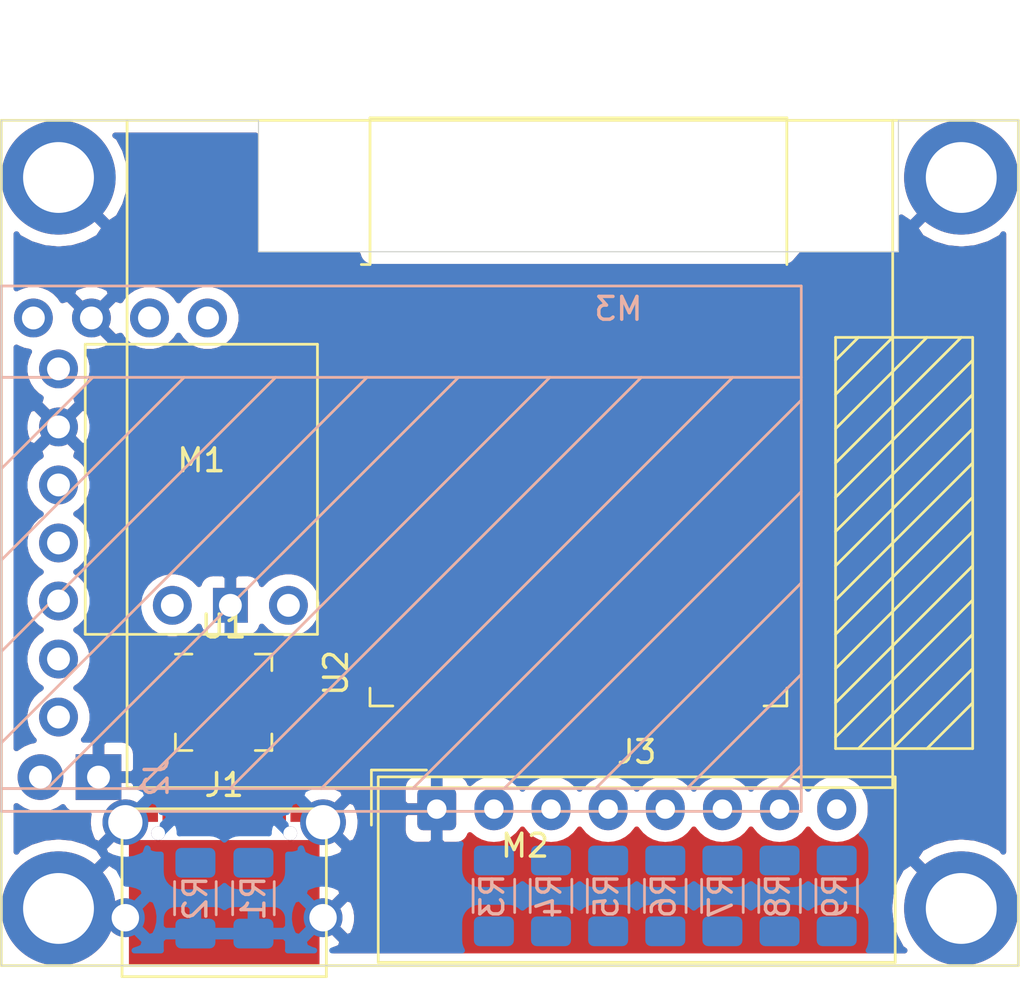
<source format=kicad_pcb>
(kicad_pcb (version 20171130) (host pcbnew "(5.1.9-0-10_14)")

  (general
    (thickness 1.6)
    (drawings 8)
    (tracks 0)
    (zones 0)
    (modules 17)
    (nets 65)
  )

  (page A4)
  (layers
    (0 F.Cu signal)
    (31 B.Cu signal)
    (32 B.Adhes user)
    (33 F.Adhes user)
    (34 B.Paste user)
    (35 F.Paste user)
    (36 B.SilkS user)
    (37 F.SilkS user)
    (38 B.Mask user)
    (39 F.Mask user)
    (40 Dwgs.User user)
    (41 Cmts.User user)
    (42 Eco1.User user)
    (43 Eco2.User user)
    (44 Edge.Cuts user)
    (45 Margin user)
    (46 B.CrtYd user)
    (47 F.CrtYd user)
    (48 B.Fab user)
    (49 F.Fab user)
  )

  (setup
    (last_trace_width 0.25)
    (trace_clearance 0.2)
    (zone_clearance 0.508)
    (zone_45_only no)
    (trace_min 0.2)
    (via_size 0.8)
    (via_drill 0.4)
    (via_min_size 0.4)
    (via_min_drill 0.3)
    (uvia_size 0.3)
    (uvia_drill 0.1)
    (uvias_allowed no)
    (uvia_min_size 0.2)
    (uvia_min_drill 0.1)
    (edge_width 0.05)
    (segment_width 0.2)
    (pcb_text_width 0.3)
    (pcb_text_size 1.5 1.5)
    (mod_edge_width 0.12)
    (mod_text_size 1 1)
    (mod_text_width 0.15)
    (pad_size 1.7 1.85)
    (pad_drill 0.85)
    (pad_to_mask_clearance 0)
    (aux_axis_origin 0 0)
    (visible_elements FFFFFF7F)
    (pcbplotparams
      (layerselection 0x010fc_ffffffff)
      (usegerberextensions false)
      (usegerberattributes true)
      (usegerberadvancedattributes true)
      (creategerberjobfile true)
      (excludeedgelayer true)
      (linewidth 0.100000)
      (plotframeref false)
      (viasonmask false)
      (mode 1)
      (useauxorigin false)
      (hpglpennumber 1)
      (hpglpenspeed 20)
      (hpglpendiameter 15.000000)
      (psnegative false)
      (psa4output false)
      (plotreference true)
      (plotvalue true)
      (plotinvisibletext false)
      (padsonsilk false)
      (subtractmaskfromsilk false)
      (outputformat 1)
      (mirror false)
      (drillshape 1)
      (scaleselection 1)
      (outputdirectory ""))
  )

  (net 0 "")
  (net 1 "Net-(J1-PadA4)")
  (net 2 "Net-(J1-PadA7)")
  (net 3 "Net-(J1-PadA6)")
  (net 4 "Net-(J1-PadA8)")
  (net 5 "Net-(J1-PadA5)")
  (net 6 "Net-(J1-PadB5)")
  (net 7 "Net-(J1-PadB8)")
  (net 8 "Net-(M1-Pad1)")
  (net 9 "Net-(M2-Pad7)")
  (net 10 "Net-(M2-Pad6)")
  (net 11 "Net-(M2-Pad5)")
  (net 12 "Net-(M2-Pad4)")
  (net 13 "Net-(M2-Pad3)")
  (net 14 "Net-(M3-Pad4)")
  (net 15 "Net-(M3-Pad3)")
  (net 16 "Net-(U1-Pad16)")
  (net 17 "Net-(U1-Pad15)")
  (net 18 "Net-(U1-Pad14)")
  (net 19 "Net-(U1-Pad12)")
  (net 20 "Net-(U1-Pad11)")
  (net 21 "Net-(U1-Pad8)")
  (net 22 "Net-(U1-Pad5)")
  (net 23 "Net-(U1-Pad2)")
  (net 24 "Net-(U2-Pad37)")
  (net 25 "Net-(U2-Pad36)")
  (net 26 "Net-(U2-Pad35)")
  (net 27 "Net-(U2-Pad34)")
  (net 28 "Net-(U2-Pad33)")
  (net 29 "Net-(U2-Pad32)")
  (net 30 "Net-(U2-Pad31)")
  (net 31 "Net-(U2-Pad30)")
  (net 32 "Net-(U2-Pad29)")
  (net 33 "Net-(U2-Pad28)")
  (net 34 "Net-(U2-Pad27)")
  (net 35 "Net-(U2-Pad26)")
  (net 36 "Net-(U2-Pad24)")
  (net 37 "Net-(U2-Pad23)")
  (net 38 "Net-(U2-Pad22)")
  (net 39 "Net-(U2-Pad21)")
  (net 40 "Net-(U2-Pad20)")
  (net 41 "Net-(U2-Pad19)")
  (net 42 "Net-(U2-Pad18)")
  (net 43 "Net-(U2-Pad17)")
  (net 44 "Net-(U2-Pad16)")
  (net 45 "Net-(U2-Pad14)")
  (net 46 "Net-(U2-Pad13)")
  (net 47 "Net-(U2-Pad12)")
  (net 48 "Net-(U2-Pad11)")
  (net 49 "Net-(U2-Pad10)")
  (net 50 "Net-(U2-Pad9)")
  (net 51 "Net-(U2-Pad8)")
  (net 52 "Net-(U2-Pad7)")
  (net 53 "Net-(U2-Pad6)")
  (net 54 "Net-(U2-Pad5)")
  (net 55 "Net-(U2-Pad4)")
  (net 56 "Net-(J3-Pad8)")
  (net 57 "Net-(J3-Pad7)")
  (net 58 "Net-(J3-Pad6)")
  (net 59 "Net-(J3-Pad5)")
  (net 60 "Net-(J3-Pad4)")
  (net 61 "Net-(J3-Pad3)")
  (net 62 "Net-(J3-Pad2)")
  (net 63 GND)
  (net 64 +3V3)

  (net_class Default "This is the default net class."
    (clearance 0.2)
    (trace_width 0.25)
    (via_dia 0.8)
    (via_drill 0.4)
    (uvia_dia 0.3)
    (uvia_drill 0.1)
    (add_net +3V3)
    (add_net GND)
    (add_net "Net-(J1-PadA4)")
    (add_net "Net-(J1-PadA5)")
    (add_net "Net-(J1-PadA6)")
    (add_net "Net-(J1-PadA7)")
    (add_net "Net-(J1-PadA8)")
    (add_net "Net-(J1-PadB5)")
    (add_net "Net-(J1-PadB8)")
    (add_net "Net-(J3-Pad2)")
    (add_net "Net-(J3-Pad3)")
    (add_net "Net-(J3-Pad4)")
    (add_net "Net-(J3-Pad5)")
    (add_net "Net-(J3-Pad6)")
    (add_net "Net-(J3-Pad7)")
    (add_net "Net-(J3-Pad8)")
    (add_net "Net-(M1-Pad1)")
    (add_net "Net-(M2-Pad3)")
    (add_net "Net-(M2-Pad4)")
    (add_net "Net-(M2-Pad5)")
    (add_net "Net-(M2-Pad6)")
    (add_net "Net-(M2-Pad7)")
    (add_net "Net-(M3-Pad3)")
    (add_net "Net-(M3-Pad4)")
    (add_net "Net-(U1-Pad11)")
    (add_net "Net-(U1-Pad12)")
    (add_net "Net-(U1-Pad14)")
    (add_net "Net-(U1-Pad15)")
    (add_net "Net-(U1-Pad16)")
    (add_net "Net-(U1-Pad2)")
    (add_net "Net-(U1-Pad5)")
    (add_net "Net-(U1-Pad8)")
    (add_net "Net-(U2-Pad10)")
    (add_net "Net-(U2-Pad11)")
    (add_net "Net-(U2-Pad12)")
    (add_net "Net-(U2-Pad13)")
    (add_net "Net-(U2-Pad14)")
    (add_net "Net-(U2-Pad16)")
    (add_net "Net-(U2-Pad17)")
    (add_net "Net-(U2-Pad18)")
    (add_net "Net-(U2-Pad19)")
    (add_net "Net-(U2-Pad20)")
    (add_net "Net-(U2-Pad21)")
    (add_net "Net-(U2-Pad22)")
    (add_net "Net-(U2-Pad23)")
    (add_net "Net-(U2-Pad24)")
    (add_net "Net-(U2-Pad26)")
    (add_net "Net-(U2-Pad27)")
    (add_net "Net-(U2-Pad28)")
    (add_net "Net-(U2-Pad29)")
    (add_net "Net-(U2-Pad30)")
    (add_net "Net-(U2-Pad31)")
    (add_net "Net-(U2-Pad32)")
    (add_net "Net-(U2-Pad33)")
    (add_net "Net-(U2-Pad34)")
    (add_net "Net-(U2-Pad35)")
    (add_net "Net-(U2-Pad36)")
    (add_net "Net-(U2-Pad37)")
    (add_net "Net-(U2-Pad4)")
    (add_net "Net-(U2-Pad5)")
    (add_net "Net-(U2-Pad6)")
    (add_net "Net-(U2-Pad7)")
    (add_net "Net-(U2-Pad8)")
    (add_net "Net-(U2-Pad9)")
  )

  (module RevK:DC (layer B.Cu) (tedit 60472A31) (tstamp 6046F030)
    (at 94.25 91.75 270)
    (path /60467E1F)
    (fp_text reference J2 (at 0 -2.54 90) (layer B.SilkS)
      (effects (font (size 1 1) (thickness 0.15)) (justify mirror))
    )
    (fp_text value DC (at 0 -2.54 90) (layer B.Fab)
      (effects (font (size 1 1) (thickness 0.15)) (justify mirror))
    )
    (pad 2 thru_hole circle (at 0 2.54 270) (size 2 2) (drill 1) (layers *.Cu *.Mask)
      (net 1 "Net-(J1-PadA4)"))
    (pad 1 thru_hole rect (at 0 0 270) (size 2 2) (drill 1) (layers *.Cu *.Mask)
      (net 63 GND))
  )

  (module RevK:OLED1.5-RGB (layer F.Cu) (tedit 60472B25) (tstamp 60470900)
    (at 134.5 63 180)
    (path /6050B2B3)
    (fp_text reference M2 (at 21.59 -31.75) (layer F.SilkS)
      (effects (font (size 1 1) (thickness 0.15)))
    )
    (fp_text value OLED1.5-RGB (at 21.59 -34.29) (layer F.Fab)
      (effects (font (size 1 1) (thickness 0.15)))
    )
    (fp_line (start 0 0) (end 44.5 0) (layer F.SilkS) (width 0.12))
    (fp_line (start 44.5 0) (end 44.5 -37) (layer F.SilkS) (width 0.12))
    (fp_line (start 44.5 -37) (end 0 -37) (layer F.SilkS) (width 0.12))
    (fp_line (start 0 -37) (end 0 0) (layer F.SilkS) (width 0.12))
    (fp_line (start 5.5 0) (end 5.5 -29.21) (layer F.SilkS) (width 0.12))
    (fp_line (start 5.5 -29.21) (end 39 -29.21) (layer F.SilkS) (width 0.12))
    (fp_line (start 39 -29.21) (end 39 0) (layer F.SilkS) (width 0.12))
    (fp_line (start 2 -27.5) (end 8 -27.5) (layer F.SilkS) (width 0.12))
    (fp_line (start 8 -27.5) (end 8 -9.5) (layer F.SilkS) (width 0.12))
    (fp_line (start 8 -9.5) (end 2 -9.5) (layer F.SilkS) (width 0.12))
    (fp_line (start 2 -9.5) (end 2 -27.5) (layer F.SilkS) (width 0.12))
    (fp_line (start 4 -27.5) (end 2 -25.5) (layer F.SilkS) (width 0.12))
    (fp_line (start 5.5 -27.5) (end 2 -24) (layer F.SilkS) (width 0.12))
    (fp_line (start 7 -27.5) (end 2 -22.5) (layer F.SilkS) (width 0.12))
    (fp_line (start 8 -27) (end 2 -21) (layer F.SilkS) (width 0.12))
    (fp_line (start 8 -25.5) (end 2 -19.5) (layer F.SilkS) (width 0.12))
    (fp_line (start 8 -24) (end 2 -18) (layer F.SilkS) (width 0.12))
    (fp_line (start 8 -22.5) (end 2 -16.5) (layer F.SilkS) (width 0.12))
    (fp_line (start 8 -21) (end 2 -15) (layer F.SilkS) (width 0.12))
    (fp_line (start 8 -19.5) (end 2 -13.5) (layer F.SilkS) (width 0.12))
    (fp_line (start 8 -18) (end 2 -12) (layer F.SilkS) (width 0.12))
    (fp_line (start 8 -16.5) (end 2 -10.5) (layer F.SilkS) (width 0.12))
    (fp_line (start 8 -15) (end 2.5 -9.5) (layer F.SilkS) (width 0.12))
    (fp_line (start 8 -13.5) (end 4 -9.5) (layer F.SilkS) (width 0.12))
    (fp_line (start 8 -12) (end 5.5 -9.5) (layer F.SilkS) (width 0.12))
    (fp_line (start 8 -10.5) (end 7 -9.5) (layer F.SilkS) (width 0.12))
    (fp_line (start 2 -27.5) (end 8 -27.5) (layer F.CrtYd) (width 0.12))
    (fp_line (start 8 -27.5) (end 8 -9.5) (layer F.CrtYd) (width 0.12))
    (fp_line (start 8 -9.5) (end 2 -9.5) (layer F.CrtYd) (width 0.12))
    (fp_line (start 2 -9.5) (end 2 -27.5) (layer F.CrtYd) (width 0.12))
    (pad S thru_hole circle (at 42 -2.5 180) (size 5 5) (drill 3.1) (layers *.Cu *.Mask)
      (net 63 GND))
    (pad S thru_hole circle (at 42 -34.5 180) (size 5 5) (drill 3.1) (layers *.Cu *.Mask)
      (net 63 GND))
    (pad S thru_hole circle (at 2.5 -34.5 180) (size 5 5) (drill 3.1) (layers *.Cu *.Mask)
      (net 63 GND))
    (pad S thru_hole circle (at 2.5 -2.5 180) (size 5 5) (drill 3.1) (layers *.Cu *.Mask)
      (net 63 GND))
    (pad 7 thru_hole circle (at 42 -26.12 180) (size 1.7 1.7) (drill 1) (layers *.Cu *.Mask)
      (net 9 "Net-(M2-Pad7)"))
    (pad 6 thru_hole circle (at 42 -23.58 180) (size 1.7 1.7) (drill 1) (layers *.Cu *.Mask)
      (net 10 "Net-(M2-Pad6)"))
    (pad 5 thru_hole circle (at 42 -21.04 180) (size 1.7 1.7) (drill 1) (layers *.Cu *.Mask)
      (net 11 "Net-(M2-Pad5)"))
    (pad 4 thru_hole circle (at 42 -18.5 180) (size 1.7 1.7) (drill 1) (layers *.Cu *.Mask)
      (net 12 "Net-(M2-Pad4)"))
    (pad 3 thru_hole circle (at 42 -15.96 180) (size 1.7 1.7) (drill 1) (layers *.Cu *.Mask)
      (net 13 "Net-(M2-Pad3)"))
    (pad 2 thru_hole circle (at 42 -13.42 180) (size 1.7 1.7) (drill 1) (layers *.Cu *.Mask)
      (net 63 GND))
    (pad 1 thru_hole circle (at 42 -10.88 180) (size 1.7 1.7) (drill 1) (layers *.Cu *.Mask)
      (net 64 +3V3))
    (model ${KISYS3DMOD}/Connector_PinHeader_2.54mm.3dshapes/PinHeader_1x07_P2.54mm_Vertical.wrl
      (offset (xyz 42 10.84 6.5))
      (scale (xyz 1 1 1))
      (rotate (xyz 180 0 0))
    )
  )

  (module Resistor_SMD:R_1206_3216Metric_Pad1.30x1.75mm_HandSolder (layer B.Cu) (tedit 5F68FEEE) (tstamp 6046F195)
    (at 126.55 96.95 270)
    (descr "Resistor SMD 1206 (3216 Metric), square (rectangular) end terminal, IPC_7351 nominal with elongated pad for handsoldering. (Body size source: IPC-SM-782 page 72, https://www.pcb-3d.com/wordpress/wp-content/uploads/ipc-sm-782a_amendment_1_and_2.pdf), generated with kicad-footprint-generator")
    (tags "resistor handsolder")
    (path /6047260F)
    (attr smd)
    (fp_text reference R9 (at 0 0.07 270) (layer B.SilkS)
      (effects (font (size 1 1) (thickness 0.15)) (justify mirror))
    )
    (fp_text value NF (at 0 -1.82 270) (layer B.Fab)
      (effects (font (size 1 1) (thickness 0.15)) (justify mirror))
    )
    (fp_text user %R (at 0 0 270) (layer B.Fab)
      (effects (font (size 0.8 0.8) (thickness 0.12)) (justify mirror))
    )
    (fp_line (start -1.6 -0.8) (end -1.6 0.8) (layer B.Fab) (width 0.1))
    (fp_line (start -1.6 0.8) (end 1.6 0.8) (layer B.Fab) (width 0.1))
    (fp_line (start 1.6 0.8) (end 1.6 -0.8) (layer B.Fab) (width 0.1))
    (fp_line (start 1.6 -0.8) (end -1.6 -0.8) (layer B.Fab) (width 0.1))
    (fp_line (start -0.727064 0.91) (end 0.727064 0.91) (layer B.SilkS) (width 0.12))
    (fp_line (start -0.727064 -0.91) (end 0.727064 -0.91) (layer B.SilkS) (width 0.12))
    (fp_line (start -2.45 -1.12) (end -2.45 1.12) (layer B.CrtYd) (width 0.05))
    (fp_line (start -2.45 1.12) (end 2.45 1.12) (layer B.CrtYd) (width 0.05))
    (fp_line (start 2.45 1.12) (end 2.45 -1.12) (layer B.CrtYd) (width 0.05))
    (fp_line (start 2.45 -1.12) (end -2.45 -1.12) (layer B.CrtYd) (width 0.05))
    (pad 2 smd roundrect (at 1.55 0 270) (size 1.3 1.75) (layers B.Cu B.Paste B.Mask) (roundrect_rratio 0.192308)
      (net 64 +3V3))
    (pad 1 smd roundrect (at -1.55 0 270) (size 1.3 1.75) (layers B.Cu B.Paste B.Mask) (roundrect_rratio 0.192308)
      (net 56 "Net-(J3-Pad8)"))
    (model ${KISYS3DMOD}/Resistor_SMD.3dshapes/R_1206_3216Metric.wrl
      (at (xyz 0 0 0))
      (scale (xyz 1 1 1))
      (rotate (xyz 0 0 0))
    )
  )

  (module Resistor_SMD:R_1206_3216Metric_Pad1.30x1.75mm_HandSolder (layer B.Cu) (tedit 5F68FEEE) (tstamp 6046F184)
    (at 124.05 96.95 270)
    (descr "Resistor SMD 1206 (3216 Metric), square (rectangular) end terminal, IPC_7351 nominal with elongated pad for handsoldering. (Body size source: IPC-SM-782 page 72, https://www.pcb-3d.com/wordpress/wp-content/uploads/ipc-sm-782a_amendment_1_and_2.pdf), generated with kicad-footprint-generator")
    (tags "resistor handsolder")
    (path /604730A4)
    (attr smd)
    (fp_text reference R8 (at 0 0.07 270) (layer B.SilkS)
      (effects (font (size 1 1) (thickness 0.15)) (justify mirror))
    )
    (fp_text value NF (at 0 -1.82 270) (layer B.Fab)
      (effects (font (size 1 1) (thickness 0.15)) (justify mirror))
    )
    (fp_text user %R (at 0 0 270) (layer B.Fab)
      (effects (font (size 0.8 0.8) (thickness 0.12)) (justify mirror))
    )
    (fp_line (start -1.6 -0.8) (end -1.6 0.8) (layer B.Fab) (width 0.1))
    (fp_line (start -1.6 0.8) (end 1.6 0.8) (layer B.Fab) (width 0.1))
    (fp_line (start 1.6 0.8) (end 1.6 -0.8) (layer B.Fab) (width 0.1))
    (fp_line (start 1.6 -0.8) (end -1.6 -0.8) (layer B.Fab) (width 0.1))
    (fp_line (start -0.727064 0.91) (end 0.727064 0.91) (layer B.SilkS) (width 0.12))
    (fp_line (start -0.727064 -0.91) (end 0.727064 -0.91) (layer B.SilkS) (width 0.12))
    (fp_line (start -2.45 -1.12) (end -2.45 1.12) (layer B.CrtYd) (width 0.05))
    (fp_line (start -2.45 1.12) (end 2.45 1.12) (layer B.CrtYd) (width 0.05))
    (fp_line (start 2.45 1.12) (end 2.45 -1.12) (layer B.CrtYd) (width 0.05))
    (fp_line (start 2.45 -1.12) (end -2.45 -1.12) (layer B.CrtYd) (width 0.05))
    (pad 2 smd roundrect (at 1.55 0 270) (size 1.3 1.75) (layers B.Cu B.Paste B.Mask) (roundrect_rratio 0.192308)
      (net 64 +3V3))
    (pad 1 smd roundrect (at -1.55 0 270) (size 1.3 1.75) (layers B.Cu B.Paste B.Mask) (roundrect_rratio 0.192308)
      (net 57 "Net-(J3-Pad7)"))
    (model ${KISYS3DMOD}/Resistor_SMD.3dshapes/R_1206_3216Metric.wrl
      (at (xyz 0 0 0))
      (scale (xyz 1 1 1))
      (rotate (xyz 0 0 0))
    )
  )

  (module Resistor_SMD:R_1206_3216Metric_Pad1.30x1.75mm_HandSolder (layer B.Cu) (tedit 5F68FEEE) (tstamp 6046F173)
    (at 121.55 96.95 270)
    (descr "Resistor SMD 1206 (3216 Metric), square (rectangular) end terminal, IPC_7351 nominal with elongated pad for handsoldering. (Body size source: IPC-SM-782 page 72, https://www.pcb-3d.com/wordpress/wp-content/uploads/ipc-sm-782a_amendment_1_and_2.pdf), generated with kicad-footprint-generator")
    (tags "resistor handsolder")
    (path /604743DE)
    (attr smd)
    (fp_text reference R7 (at 0 0.07 270) (layer B.SilkS)
      (effects (font (size 1 1) (thickness 0.15)) (justify mirror))
    )
    (fp_text value NF (at 0 -1.82 270) (layer B.Fab)
      (effects (font (size 1 1) (thickness 0.15)) (justify mirror))
    )
    (fp_text user %R (at 0 0 270) (layer B.Fab)
      (effects (font (size 0.8 0.8) (thickness 0.12)) (justify mirror))
    )
    (fp_line (start -1.6 -0.8) (end -1.6 0.8) (layer B.Fab) (width 0.1))
    (fp_line (start -1.6 0.8) (end 1.6 0.8) (layer B.Fab) (width 0.1))
    (fp_line (start 1.6 0.8) (end 1.6 -0.8) (layer B.Fab) (width 0.1))
    (fp_line (start 1.6 -0.8) (end -1.6 -0.8) (layer B.Fab) (width 0.1))
    (fp_line (start -0.727064 0.91) (end 0.727064 0.91) (layer B.SilkS) (width 0.12))
    (fp_line (start -0.727064 -0.91) (end 0.727064 -0.91) (layer B.SilkS) (width 0.12))
    (fp_line (start -2.45 -1.12) (end -2.45 1.12) (layer B.CrtYd) (width 0.05))
    (fp_line (start -2.45 1.12) (end 2.45 1.12) (layer B.CrtYd) (width 0.05))
    (fp_line (start 2.45 1.12) (end 2.45 -1.12) (layer B.CrtYd) (width 0.05))
    (fp_line (start 2.45 -1.12) (end -2.45 -1.12) (layer B.CrtYd) (width 0.05))
    (pad 2 smd roundrect (at 1.55 0 270) (size 1.3 1.75) (layers B.Cu B.Paste B.Mask) (roundrect_rratio 0.192308)
      (net 64 +3V3))
    (pad 1 smd roundrect (at -1.55 0 270) (size 1.3 1.75) (layers B.Cu B.Paste B.Mask) (roundrect_rratio 0.192308)
      (net 58 "Net-(J3-Pad6)"))
    (model ${KISYS3DMOD}/Resistor_SMD.3dshapes/R_1206_3216Metric.wrl
      (at (xyz 0 0 0))
      (scale (xyz 1 1 1))
      (rotate (xyz 0 0 0))
    )
  )

  (module Resistor_SMD:R_1206_3216Metric_Pad1.30x1.75mm_HandSolder (layer B.Cu) (tedit 5F68FEEE) (tstamp 6046F162)
    (at 119.05 96.95 270)
    (descr "Resistor SMD 1206 (3216 Metric), square (rectangular) end terminal, IPC_7351 nominal with elongated pad for handsoldering. (Body size source: IPC-SM-782 page 72, https://www.pcb-3d.com/wordpress/wp-content/uploads/ipc-sm-782a_amendment_1_and_2.pdf), generated with kicad-footprint-generator")
    (tags "resistor handsolder")
    (path /604743E4)
    (attr smd)
    (fp_text reference R6 (at 0 0.07 270) (layer B.SilkS)
      (effects (font (size 1 1) (thickness 0.15)) (justify mirror))
    )
    (fp_text value NF (at 0 -1.82 270) (layer B.Fab)
      (effects (font (size 1 1) (thickness 0.15)) (justify mirror))
    )
    (fp_text user %R (at 0 0 270) (layer B.Fab)
      (effects (font (size 0.8 0.8) (thickness 0.12)) (justify mirror))
    )
    (fp_line (start -1.6 -0.8) (end -1.6 0.8) (layer B.Fab) (width 0.1))
    (fp_line (start -1.6 0.8) (end 1.6 0.8) (layer B.Fab) (width 0.1))
    (fp_line (start 1.6 0.8) (end 1.6 -0.8) (layer B.Fab) (width 0.1))
    (fp_line (start 1.6 -0.8) (end -1.6 -0.8) (layer B.Fab) (width 0.1))
    (fp_line (start -0.727064 0.91) (end 0.727064 0.91) (layer B.SilkS) (width 0.12))
    (fp_line (start -0.727064 -0.91) (end 0.727064 -0.91) (layer B.SilkS) (width 0.12))
    (fp_line (start -2.45 -1.12) (end -2.45 1.12) (layer B.CrtYd) (width 0.05))
    (fp_line (start -2.45 1.12) (end 2.45 1.12) (layer B.CrtYd) (width 0.05))
    (fp_line (start 2.45 1.12) (end 2.45 -1.12) (layer B.CrtYd) (width 0.05))
    (fp_line (start 2.45 -1.12) (end -2.45 -1.12) (layer B.CrtYd) (width 0.05))
    (pad 2 smd roundrect (at 1.55 0 270) (size 1.3 1.75) (layers B.Cu B.Paste B.Mask) (roundrect_rratio 0.192308)
      (net 64 +3V3))
    (pad 1 smd roundrect (at -1.55 0 270) (size 1.3 1.75) (layers B.Cu B.Paste B.Mask) (roundrect_rratio 0.192308)
      (net 59 "Net-(J3-Pad5)"))
    (model ${KISYS3DMOD}/Resistor_SMD.3dshapes/R_1206_3216Metric.wrl
      (at (xyz 0 0 0))
      (scale (xyz 1 1 1))
      (rotate (xyz 0 0 0))
    )
  )

  (module Resistor_SMD:R_1206_3216Metric_Pad1.30x1.75mm_HandSolder (layer B.Cu) (tedit 5F68FEEE) (tstamp 6046F151)
    (at 116.55 96.95 270)
    (descr "Resistor SMD 1206 (3216 Metric), square (rectangular) end terminal, IPC_7351 nominal with elongated pad for handsoldering. (Body size source: IPC-SM-782 page 72, https://www.pcb-3d.com/wordpress/wp-content/uploads/ipc-sm-782a_amendment_1_and_2.pdf), generated with kicad-footprint-generator")
    (tags "resistor handsolder")
    (path /604764BB)
    (attr smd)
    (fp_text reference R5 (at 0 0.07 270) (layer B.SilkS)
      (effects (font (size 1 1) (thickness 0.15)) (justify mirror))
    )
    (fp_text value NF (at 0 -1.82 270) (layer B.Fab)
      (effects (font (size 1 1) (thickness 0.15)) (justify mirror))
    )
    (fp_text user %R (at 0 0 270) (layer B.Fab)
      (effects (font (size 0.8 0.8) (thickness 0.12)) (justify mirror))
    )
    (fp_line (start -1.6 -0.8) (end -1.6 0.8) (layer B.Fab) (width 0.1))
    (fp_line (start -1.6 0.8) (end 1.6 0.8) (layer B.Fab) (width 0.1))
    (fp_line (start 1.6 0.8) (end 1.6 -0.8) (layer B.Fab) (width 0.1))
    (fp_line (start 1.6 -0.8) (end -1.6 -0.8) (layer B.Fab) (width 0.1))
    (fp_line (start -0.727064 0.91) (end 0.727064 0.91) (layer B.SilkS) (width 0.12))
    (fp_line (start -0.727064 -0.91) (end 0.727064 -0.91) (layer B.SilkS) (width 0.12))
    (fp_line (start -2.45 -1.12) (end -2.45 1.12) (layer B.CrtYd) (width 0.05))
    (fp_line (start -2.45 1.12) (end 2.45 1.12) (layer B.CrtYd) (width 0.05))
    (fp_line (start 2.45 1.12) (end 2.45 -1.12) (layer B.CrtYd) (width 0.05))
    (fp_line (start 2.45 -1.12) (end -2.45 -1.12) (layer B.CrtYd) (width 0.05))
    (pad 2 smd roundrect (at 1.55 0 270) (size 1.3 1.75) (layers B.Cu B.Paste B.Mask) (roundrect_rratio 0.192308)
      (net 64 +3V3))
    (pad 1 smd roundrect (at -1.55 0 270) (size 1.3 1.75) (layers B.Cu B.Paste B.Mask) (roundrect_rratio 0.192308)
      (net 60 "Net-(J3-Pad4)"))
    (model ${KISYS3DMOD}/Resistor_SMD.3dshapes/R_1206_3216Metric.wrl
      (at (xyz 0 0 0))
      (scale (xyz 1 1 1))
      (rotate (xyz 0 0 0))
    )
  )

  (module Resistor_SMD:R_1206_3216Metric_Pad1.30x1.75mm_HandSolder (layer B.Cu) (tedit 5F68FEEE) (tstamp 6046F140)
    (at 114.05 96.95 270)
    (descr "Resistor SMD 1206 (3216 Metric), square (rectangular) end terminal, IPC_7351 nominal with elongated pad for handsoldering. (Body size source: IPC-SM-782 page 72, https://www.pcb-3d.com/wordpress/wp-content/uploads/ipc-sm-782a_amendment_1_and_2.pdf), generated with kicad-footprint-generator")
    (tags "resistor handsolder")
    (path /604764C1)
    (attr smd)
    (fp_text reference R4 (at 0 0.07 270) (layer B.SilkS)
      (effects (font (size 1 1) (thickness 0.15)) (justify mirror))
    )
    (fp_text value NF (at 0 -1.82 270) (layer B.Fab)
      (effects (font (size 1 1) (thickness 0.15)) (justify mirror))
    )
    (fp_text user %R (at 0 0 270) (layer B.Fab)
      (effects (font (size 0.8 0.8) (thickness 0.12)) (justify mirror))
    )
    (fp_line (start -1.6 -0.8) (end -1.6 0.8) (layer B.Fab) (width 0.1))
    (fp_line (start -1.6 0.8) (end 1.6 0.8) (layer B.Fab) (width 0.1))
    (fp_line (start 1.6 0.8) (end 1.6 -0.8) (layer B.Fab) (width 0.1))
    (fp_line (start 1.6 -0.8) (end -1.6 -0.8) (layer B.Fab) (width 0.1))
    (fp_line (start -0.727064 0.91) (end 0.727064 0.91) (layer B.SilkS) (width 0.12))
    (fp_line (start -0.727064 -0.91) (end 0.727064 -0.91) (layer B.SilkS) (width 0.12))
    (fp_line (start -2.45 -1.12) (end -2.45 1.12) (layer B.CrtYd) (width 0.05))
    (fp_line (start -2.45 1.12) (end 2.45 1.12) (layer B.CrtYd) (width 0.05))
    (fp_line (start 2.45 1.12) (end 2.45 -1.12) (layer B.CrtYd) (width 0.05))
    (fp_line (start 2.45 -1.12) (end -2.45 -1.12) (layer B.CrtYd) (width 0.05))
    (pad 2 smd roundrect (at 1.55 0 270) (size 1.3 1.75) (layers B.Cu B.Paste B.Mask) (roundrect_rratio 0.192308)
      (net 64 +3V3))
    (pad 1 smd roundrect (at -1.55 0 270) (size 1.3 1.75) (layers B.Cu B.Paste B.Mask) (roundrect_rratio 0.192308)
      (net 61 "Net-(J3-Pad3)"))
    (model ${KISYS3DMOD}/Resistor_SMD.3dshapes/R_1206_3216Metric.wrl
      (at (xyz 0 0 0))
      (scale (xyz 1 1 1))
      (rotate (xyz 0 0 0))
    )
  )

  (module Resistor_SMD:R_1206_3216Metric_Pad1.30x1.75mm_HandSolder (layer B.Cu) (tedit 5F68FEEE) (tstamp 6046F12F)
    (at 111.55 96.95 270)
    (descr "Resistor SMD 1206 (3216 Metric), square (rectangular) end terminal, IPC_7351 nominal with elongated pad for handsoldering. (Body size source: IPC-SM-782 page 72, https://www.pcb-3d.com/wordpress/wp-content/uploads/ipc-sm-782a_amendment_1_and_2.pdf), generated with kicad-footprint-generator")
    (tags "resistor handsolder")
    (path /604764C7)
    (attr smd)
    (fp_text reference R3 (at 0 0.07 270) (layer B.SilkS)
      (effects (font (size 1 1) (thickness 0.15)) (justify mirror))
    )
    (fp_text value NF (at 0 -1.82 270) (layer B.Fab)
      (effects (font (size 1 1) (thickness 0.15)) (justify mirror))
    )
    (fp_text user %R (at 0 0 270) (layer B.Fab)
      (effects (font (size 0.8 0.8) (thickness 0.12)) (justify mirror))
    )
    (fp_line (start -1.6 -0.8) (end -1.6 0.8) (layer B.Fab) (width 0.1))
    (fp_line (start -1.6 0.8) (end 1.6 0.8) (layer B.Fab) (width 0.1))
    (fp_line (start 1.6 0.8) (end 1.6 -0.8) (layer B.Fab) (width 0.1))
    (fp_line (start 1.6 -0.8) (end -1.6 -0.8) (layer B.Fab) (width 0.1))
    (fp_line (start -0.727064 0.91) (end 0.727064 0.91) (layer B.SilkS) (width 0.12))
    (fp_line (start -0.727064 -0.91) (end 0.727064 -0.91) (layer B.SilkS) (width 0.12))
    (fp_line (start -2.45 -1.12) (end -2.45 1.12) (layer B.CrtYd) (width 0.05))
    (fp_line (start -2.45 1.12) (end 2.45 1.12) (layer B.CrtYd) (width 0.05))
    (fp_line (start 2.45 1.12) (end 2.45 -1.12) (layer B.CrtYd) (width 0.05))
    (fp_line (start 2.45 -1.12) (end -2.45 -1.12) (layer B.CrtYd) (width 0.05))
    (pad 2 smd roundrect (at 1.55 0 270) (size 1.3 1.75) (layers B.Cu B.Paste B.Mask) (roundrect_rratio 0.192308)
      (net 64 +3V3))
    (pad 1 smd roundrect (at -1.55 0 270) (size 1.3 1.75) (layers B.Cu B.Paste B.Mask) (roundrect_rratio 0.192308)
      (net 62 "Net-(J3-Pad2)"))
    (model ${KISYS3DMOD}/Resistor_SMD.3dshapes/R_1206_3216Metric.wrl
      (at (xyz 0 0 0))
      (scale (xyz 1 1 1))
      (rotate (xyz 0 0 0))
    )
  )

  (module RevK:SCD30-4pin (layer B.Cu) (tedit 6047280D) (tstamp 6046D834)
    (at 125 70.25 270)
    (descr "CO2, humidity, and temperature sensor\rCO2, humidity, and temperature sensor\r")
    (path /6046B191)
    (fp_text reference M3 (at 1 8 180) (layer B.SilkS)
      (effects (font (size 1 1) (thickness 0.15)) (justify mirror))
    )
    (fp_text value SCD30-4pin (at 1 3 180) (layer B.Fab)
      (effects (font (size 1 1) (thickness 0.15)) (justify mirror))
    )
    (fp_line (start 0 0) (end 0 35) (layer B.SilkS) (width 0.12))
    (fp_line (start 0 35) (end 23 35) (layer B.SilkS) (width 0.12))
    (fp_line (start 23 35) (end 23 0) (layer B.SilkS) (width 0.12))
    (fp_line (start 23 0) (end 0 0) (layer B.SilkS) (width 0.12))
    (fp_line (start 4 35) (end 4 0) (layer B.SilkS) (width 0.12))
    (fp_line (start 22 35) (end 22 0) (layer B.SilkS) (width 0.12))
    (fp_line (start 8 35) (end 4 31) (layer B.SilkS) (width 0.12))
    (fp_line (start 12 35) (end 4 27) (layer B.SilkS) (width 0.12))
    (fp_line (start 16 35) (end 4 23) (layer B.SilkS) (width 0.12))
    (fp_line (start 20 35) (end 4 19) (layer B.SilkS) (width 0.12))
    (fp_line (start 22 33) (end 4 15) (layer B.SilkS) (width 0.12))
    (fp_line (start 22 29) (end 4 11) (layer B.SilkS) (width 0.12))
    (fp_line (start 22 25) (end 4 7) (layer B.SilkS) (width 0.12))
    (fp_line (start 22 21) (end 4 3) (layer B.SilkS) (width 0.12))
    (fp_line (start 22 17) (end 5 0) (layer B.SilkS) (width 0.12))
    (fp_line (start 22 13) (end 9 0) (layer B.SilkS) (width 0.12))
    (fp_line (start 22 9) (end 13 0) (layer B.SilkS) (width 0.12))
    (fp_line (start 22 5) (end 17 0) (layer B.SilkS) (width 0.12))
    (fp_line (start 22 1) (end 21 0) (layer B.SilkS) (width 0.12))
    (fp_line (start 4 35) (end 22.5 35) (layer B.CrtYd) (width 0.12))
    (fp_line (start 22.5 35) (end 22.5 0) (layer B.CrtYd) (width 0.12))
    (fp_line (start 22.5 0) (end 4 0) (layer B.CrtYd) (width 0.12))
    (fp_line (start 4 0) (end 4 35) (layer B.CrtYd) (width 0.12))
    (pad 4 thru_hole circle (at 1.4 25.98 270) (size 1.7 1.7) (drill 1) (layers *.Cu *.Mask)
      (net 14 "Net-(M3-Pad4)"))
    (pad 3 thru_hole circle (at 1.4 28.52 270) (size 1.7 1.7) (drill 1) (layers *.Cu *.Mask)
      (net 15 "Net-(M3-Pad3)"))
    (pad 2 thru_hole circle (at 1.4 31.06 270) (size 1.7 1.7) (drill 1) (layers *.Cu *.Mask)
      (net 63 GND))
    (pad 1 thru_hole circle (at 1.4 33.6 270) (size 1.7 1.7) (drill 1) (layers *.Cu *.Mask)
      (net 64 +3V3))
    (model /Users/adrian/Documents/KiCad/STEP/SCD30.step
      (offset (xyz 11.5 17.5 5.5))
      (scale (xyz 1 1 1))
      (rotate (xyz 90 0 90))
    )
    (model ${KISYS3DMOD}/Connector_PinHeader_2.54mm.3dshapes/PinHeader_1x04_P2.54mm_Vertical.wrl
      (offset (xyz 1.4 33.6 6.5))
      (scale (xyz 1 1 1))
      (rotate (xyz 0 180 0))
    )
  )

  (module Resistor_SMD:R_1206_3216Metric_Pad1.30x1.75mm_HandSolder (layer B.Cu) (tedit 5F68FEEE) (tstamp 6046FB12)
    (at 98.49 97.05 270)
    (descr "Resistor SMD 1206 (3216 Metric), square (rectangular) end terminal, IPC_7351 nominal with elongated pad for handsoldering. (Body size source: IPC-SM-782 page 72, https://www.pcb-3d.com/wordpress/wp-content/uploads/ipc-sm-782a_amendment_1_and_2.pdf), generated with kicad-footprint-generator")
    (tags "resistor handsolder")
    (path /604954A7)
    (attr smd)
    (fp_text reference R2 (at 0 0 270) (layer B.SilkS)
      (effects (font (size 1 1) (thickness 0.15)) (justify mirror))
    )
    (fp_text value 5K1 (at 0 -1.82 270) (layer B.Fab)
      (effects (font (size 1 1) (thickness 0.15)) (justify mirror))
    )
    (fp_text user %R (at 0 0 270) (layer B.Fab)
      (effects (font (size 0.8 0.8) (thickness 0.12)) (justify mirror))
    )
    (fp_line (start -1.6 -0.8) (end -1.6 0.8) (layer B.Fab) (width 0.1))
    (fp_line (start -1.6 0.8) (end 1.6 0.8) (layer B.Fab) (width 0.1))
    (fp_line (start 1.6 0.8) (end 1.6 -0.8) (layer B.Fab) (width 0.1))
    (fp_line (start 1.6 -0.8) (end -1.6 -0.8) (layer B.Fab) (width 0.1))
    (fp_line (start -0.727064 0.91) (end 0.727064 0.91) (layer B.SilkS) (width 0.12))
    (fp_line (start -0.727064 -0.91) (end 0.727064 -0.91) (layer B.SilkS) (width 0.12))
    (fp_line (start -2.45 -1.12) (end -2.45 1.12) (layer B.CrtYd) (width 0.05))
    (fp_line (start -2.45 1.12) (end 2.45 1.12) (layer B.CrtYd) (width 0.05))
    (fp_line (start 2.45 1.12) (end 2.45 -1.12) (layer B.CrtYd) (width 0.05))
    (fp_line (start 2.45 -1.12) (end -2.45 -1.12) (layer B.CrtYd) (width 0.05))
    (pad 2 smd roundrect (at 1.55 0 270) (size 1.3 1.75) (layers B.Cu B.Paste B.Mask) (roundrect_rratio 0.192308)
      (net 63 GND))
    (pad 1 smd roundrect (at -1.55 0 270) (size 1.3 1.75) (layers B.Cu B.Paste B.Mask) (roundrect_rratio 0.192308)
      (net 5 "Net-(J1-PadA5)"))
    (model ${KISYS3DMOD}/Resistor_SMD.3dshapes/R_1206_3216Metric.wrl
      (at (xyz 0 0 0))
      (scale (xyz 1 1 1))
      (rotate (xyz 0 0 0))
    )
  )

  (module Resistor_SMD:R_1206_3216Metric_Pad1.30x1.75mm_HandSolder (layer B.Cu) (tedit 5F68FEEE) (tstamp 6046FB01)
    (at 101.03 97.05 270)
    (descr "Resistor SMD 1206 (3216 Metric), square (rectangular) end terminal, IPC_7351 nominal with elongated pad for handsoldering. (Body size source: IPC-SM-782 page 72, https://www.pcb-3d.com/wordpress/wp-content/uploads/ipc-sm-782a_amendment_1_and_2.pdf), generated with kicad-footprint-generator")
    (tags "resistor handsolder")
    (path /604938D6)
    (attr smd)
    (fp_text reference R1 (at 0 0 270) (layer B.SilkS)
      (effects (font (size 1 1) (thickness 0.15)) (justify mirror))
    )
    (fp_text value 5K1 (at 0 -1.82 270) (layer B.Fab)
      (effects (font (size 1 1) (thickness 0.15)) (justify mirror))
    )
    (fp_text user %R (at 0 0 270) (layer B.Fab)
      (effects (font (size 0.8 0.8) (thickness 0.12)) (justify mirror))
    )
    (fp_line (start -1.6 -0.8) (end -1.6 0.8) (layer B.Fab) (width 0.1))
    (fp_line (start -1.6 0.8) (end 1.6 0.8) (layer B.Fab) (width 0.1))
    (fp_line (start 1.6 0.8) (end 1.6 -0.8) (layer B.Fab) (width 0.1))
    (fp_line (start 1.6 -0.8) (end -1.6 -0.8) (layer B.Fab) (width 0.1))
    (fp_line (start -0.727064 0.91) (end 0.727064 0.91) (layer B.SilkS) (width 0.12))
    (fp_line (start -0.727064 -0.91) (end 0.727064 -0.91) (layer B.SilkS) (width 0.12))
    (fp_line (start -2.45 -1.12) (end -2.45 1.12) (layer B.CrtYd) (width 0.05))
    (fp_line (start -2.45 1.12) (end 2.45 1.12) (layer B.CrtYd) (width 0.05))
    (fp_line (start 2.45 1.12) (end 2.45 -1.12) (layer B.CrtYd) (width 0.05))
    (fp_line (start 2.45 -1.12) (end -2.45 -1.12) (layer B.CrtYd) (width 0.05))
    (pad 2 smd roundrect (at 1.55 0 270) (size 1.3 1.75) (layers B.Cu B.Paste B.Mask) (roundrect_rratio 0.192308)
      (net 63 GND))
    (pad 1 smd roundrect (at -1.55 0 270) (size 1.3 1.75) (layers B.Cu B.Paste B.Mask) (roundrect_rratio 0.192308)
      (net 6 "Net-(J1-PadB5)"))
    (model ${KISYS3DMOD}/Resistor_SMD.3dshapes/R_1206_3216Metric.wrl
      (at (xyz 0 0 0))
      (scale (xyz 1 1 1))
      (rotate (xyz 0 0 0))
    )
  )

  (module RF_Module:ESP32-WROOM-32 (layer F.Cu) (tedit 5B5B4654) (tstamp 6046D1C8)
    (at 115.25 78.755)
    (descr "Single 2.4 GHz Wi-Fi and Bluetooth combo chip https://www.espressif.com/sites/default/files/documentation/esp32-wroom-32_datasheet_en.pdf")
    (tags "Single 2.4 GHz Wi-Fi and Bluetooth combo  chip")
    (path /60467763)
    (attr smd)
    (fp_text reference U2 (at -10.61 8.43 90) (layer F.SilkS)
      (effects (font (size 1 1) (thickness 0.15)))
    )
    (fp_text value ESP32-WROOM-32 (at 0 11.5) (layer F.Fab)
      (effects (font (size 1 1) (thickness 0.15)))
    )
    (fp_text user "5 mm" (at 7.8 -19.075 90) (layer Cmts.User)
      (effects (font (size 0.5 0.5) (thickness 0.1)))
    )
    (fp_text user "5 mm" (at -11.2 -14.375) (layer Cmts.User)
      (effects (font (size 0.5 0.5) (thickness 0.1)))
    )
    (fp_text user "5 mm" (at 11.8 -14.375) (layer Cmts.User)
      (effects (font (size 0.5 0.5) (thickness 0.1)))
    )
    (fp_text user Antenna (at 0 -13) (layer Cmts.User)
      (effects (font (size 1 1) (thickness 0.15)))
    )
    (fp_text user "KEEP-OUT ZONE" (at 0 -19) (layer Cmts.User)
      (effects (font (size 1 1) (thickness 0.15)))
    )
    (fp_text user %R (at 0 0) (layer F.Fab)
      (effects (font (size 1 1) (thickness 0.15)))
    )
    (fp_line (start -14 -9.97) (end -14 -20.75) (layer Dwgs.User) (width 0.1))
    (fp_line (start 9 9.76) (end 9 -15.745) (layer F.Fab) (width 0.1))
    (fp_line (start -9 9.76) (end 9 9.76) (layer F.Fab) (width 0.1))
    (fp_line (start -9 -15.745) (end -9 -10.02) (layer F.Fab) (width 0.1))
    (fp_line (start -9 -15.745) (end 9 -15.745) (layer F.Fab) (width 0.1))
    (fp_line (start -9.75 10.5) (end -9.75 -9.72) (layer F.CrtYd) (width 0.05))
    (fp_line (start -9.75 10.5) (end 9.75 10.5) (layer F.CrtYd) (width 0.05))
    (fp_line (start 9.75 -9.72) (end 9.75 10.5) (layer F.CrtYd) (width 0.05))
    (fp_line (start -14.25 -21) (end 14.25 -21) (layer F.CrtYd) (width 0.05))
    (fp_line (start -9 -9.02) (end -9 9.76) (layer F.Fab) (width 0.1))
    (fp_line (start -8.5 -9.52) (end -9 -10.02) (layer F.Fab) (width 0.1))
    (fp_line (start -9 -9.02) (end -8.5 -9.52) (layer F.Fab) (width 0.1))
    (fp_line (start 14 -9.97) (end -14 -9.97) (layer Dwgs.User) (width 0.1))
    (fp_line (start 14 -9.97) (end 14 -20.75) (layer Dwgs.User) (width 0.1))
    (fp_line (start 14 -20.75) (end -14 -20.75) (layer Dwgs.User) (width 0.1))
    (fp_line (start -14.25 -21) (end -14.25 -9.72) (layer F.CrtYd) (width 0.05))
    (fp_line (start 14.25 -21) (end 14.25 -9.72) (layer F.CrtYd) (width 0.05))
    (fp_line (start -14.25 -9.72) (end -9.75 -9.72) (layer F.CrtYd) (width 0.05))
    (fp_line (start 9.75 -9.72) (end 14.25 -9.72) (layer F.CrtYd) (width 0.05))
    (fp_line (start -12.525 -20.75) (end -14 -19.66) (layer Dwgs.User) (width 0.1))
    (fp_line (start -10.525 -20.75) (end -14 -18.045) (layer Dwgs.User) (width 0.1))
    (fp_line (start -8.525 -20.75) (end -14 -16.43) (layer Dwgs.User) (width 0.1))
    (fp_line (start -6.525 -20.75) (end -14 -14.815) (layer Dwgs.User) (width 0.1))
    (fp_line (start -4.525 -20.75) (end -14 -13.2) (layer Dwgs.User) (width 0.1))
    (fp_line (start -2.525 -20.75) (end -14 -11.585) (layer Dwgs.User) (width 0.1))
    (fp_line (start -0.525 -20.75) (end -14 -9.97) (layer Dwgs.User) (width 0.1))
    (fp_line (start 1.475 -20.75) (end -12 -9.97) (layer Dwgs.User) (width 0.1))
    (fp_line (start 3.475 -20.75) (end -10 -9.97) (layer Dwgs.User) (width 0.1))
    (fp_line (start -8 -9.97) (end 5.475 -20.75) (layer Dwgs.User) (width 0.1))
    (fp_line (start 7.475 -20.75) (end -6 -9.97) (layer Dwgs.User) (width 0.1))
    (fp_line (start 9.475 -20.75) (end -4 -9.97) (layer Dwgs.User) (width 0.1))
    (fp_line (start 11.475 -20.75) (end -2 -9.97) (layer Dwgs.User) (width 0.1))
    (fp_line (start 13.475 -20.75) (end 0 -9.97) (layer Dwgs.User) (width 0.1))
    (fp_line (start 14 -19.66) (end 2 -9.97) (layer Dwgs.User) (width 0.1))
    (fp_line (start 14 -18.045) (end 4 -9.97) (layer Dwgs.User) (width 0.1))
    (fp_line (start 14 -16.43) (end 6 -9.97) (layer Dwgs.User) (width 0.1))
    (fp_line (start 14 -14.815) (end 8 -9.97) (layer Dwgs.User) (width 0.1))
    (fp_line (start 14 -13.2) (end 10 -9.97) (layer Dwgs.User) (width 0.1))
    (fp_line (start 14 -11.585) (end 12 -9.97) (layer Dwgs.User) (width 0.1))
    (fp_line (start 9.2 -13.875) (end 13.8 -13.875) (layer Cmts.User) (width 0.1))
    (fp_line (start 13.8 -13.875) (end 13.6 -14.075) (layer Cmts.User) (width 0.1))
    (fp_line (start 13.8 -13.875) (end 13.6 -13.675) (layer Cmts.User) (width 0.1))
    (fp_line (start 9.2 -13.875) (end 9.4 -14.075) (layer Cmts.User) (width 0.1))
    (fp_line (start 9.2 -13.875) (end 9.4 -13.675) (layer Cmts.User) (width 0.1))
    (fp_line (start -13.8 -13.875) (end -13.6 -14.075) (layer Cmts.User) (width 0.1))
    (fp_line (start -13.8 -13.875) (end -13.6 -13.675) (layer Cmts.User) (width 0.1))
    (fp_line (start -9.2 -13.875) (end -9.4 -13.675) (layer Cmts.User) (width 0.1))
    (fp_line (start -13.8 -13.875) (end -9.2 -13.875) (layer Cmts.User) (width 0.1))
    (fp_line (start -9.2 -13.875) (end -9.4 -14.075) (layer Cmts.User) (width 0.1))
    (fp_line (start 8.4 -16) (end 8.2 -16.2) (layer Cmts.User) (width 0.1))
    (fp_line (start 8.4 -16) (end 8.6 -16.2) (layer Cmts.User) (width 0.1))
    (fp_line (start 8.4 -20.6) (end 8.6 -20.4) (layer Cmts.User) (width 0.1))
    (fp_line (start 8.4 -16) (end 8.4 -20.6) (layer Cmts.User) (width 0.1))
    (fp_line (start 8.4 -20.6) (end 8.2 -20.4) (layer Cmts.User) (width 0.1))
    (fp_line (start -9.12 9.1) (end -9.12 9.88) (layer F.SilkS) (width 0.12))
    (fp_line (start -9.12 9.88) (end -8.12 9.88) (layer F.SilkS) (width 0.12))
    (fp_line (start 9.12 9.1) (end 9.12 9.88) (layer F.SilkS) (width 0.12))
    (fp_line (start 9.12 9.88) (end 8.12 9.88) (layer F.SilkS) (width 0.12))
    (fp_line (start -9.12 -15.865) (end 9.12 -15.865) (layer F.SilkS) (width 0.12))
    (fp_line (start 9.12 -15.865) (end 9.12 -9.445) (layer F.SilkS) (width 0.12))
    (fp_line (start -9.12 -15.865) (end -9.12 -9.445) (layer F.SilkS) (width 0.12))
    (fp_line (start -9.12 -9.445) (end -9.5 -9.445) (layer F.SilkS) (width 0.12))
    (pad 38 smd rect (at 8.5 -8.255) (size 2 0.9) (layers F.Cu F.Paste F.Mask)
      (net 63 GND))
    (pad 37 smd rect (at 8.5 -6.985) (size 2 0.9) (layers F.Cu F.Paste F.Mask)
      (net 24 "Net-(U2-Pad37)"))
    (pad 36 smd rect (at 8.5 -5.715) (size 2 0.9) (layers F.Cu F.Paste F.Mask)
      (net 25 "Net-(U2-Pad36)"))
    (pad 35 smd rect (at 8.5 -4.445) (size 2 0.9) (layers F.Cu F.Paste F.Mask)
      (net 26 "Net-(U2-Pad35)"))
    (pad 34 smd rect (at 8.5 -3.175) (size 2 0.9) (layers F.Cu F.Paste F.Mask)
      (net 27 "Net-(U2-Pad34)"))
    (pad 33 smd rect (at 8.5 -1.905) (size 2 0.9) (layers F.Cu F.Paste F.Mask)
      (net 28 "Net-(U2-Pad33)"))
    (pad 32 smd rect (at 8.5 -0.635) (size 2 0.9) (layers F.Cu F.Paste F.Mask)
      (net 29 "Net-(U2-Pad32)"))
    (pad 31 smd rect (at 8.5 0.635) (size 2 0.9) (layers F.Cu F.Paste F.Mask)
      (net 30 "Net-(U2-Pad31)"))
    (pad 30 smd rect (at 8.5 1.905) (size 2 0.9) (layers F.Cu F.Paste F.Mask)
      (net 31 "Net-(U2-Pad30)"))
    (pad 29 smd rect (at 8.5 3.175) (size 2 0.9) (layers F.Cu F.Paste F.Mask)
      (net 32 "Net-(U2-Pad29)"))
    (pad 28 smd rect (at 8.5 4.445) (size 2 0.9) (layers F.Cu F.Paste F.Mask)
      (net 33 "Net-(U2-Pad28)"))
    (pad 27 smd rect (at 8.5 5.715) (size 2 0.9) (layers F.Cu F.Paste F.Mask)
      (net 34 "Net-(U2-Pad27)"))
    (pad 26 smd rect (at 8.5 6.985) (size 2 0.9) (layers F.Cu F.Paste F.Mask)
      (net 35 "Net-(U2-Pad26)"))
    (pad 25 smd rect (at 8.5 8.255) (size 2 0.9) (layers F.Cu F.Paste F.Mask)
      (net 18 "Net-(U1-Pad14)"))
    (pad 24 smd rect (at 5.715 9.255 90) (size 2 0.9) (layers F.Cu F.Paste F.Mask)
      (net 36 "Net-(U2-Pad24)"))
    (pad 23 smd rect (at 4.445 9.255 90) (size 2 0.9) (layers F.Cu F.Paste F.Mask)
      (net 37 "Net-(U2-Pad23)"))
    (pad 22 smd rect (at 3.175 9.255 90) (size 2 0.9) (layers F.Cu F.Paste F.Mask)
      (net 38 "Net-(U2-Pad22)"))
    (pad 21 smd rect (at 1.905 9.255 90) (size 2 0.9) (layers F.Cu F.Paste F.Mask)
      (net 39 "Net-(U2-Pad21)"))
    (pad 20 smd rect (at 0.635 9.255 90) (size 2 0.9) (layers F.Cu F.Paste F.Mask)
      (net 40 "Net-(U2-Pad20)"))
    (pad 19 smd rect (at -0.635 9.255 90) (size 2 0.9) (layers F.Cu F.Paste F.Mask)
      (net 41 "Net-(U2-Pad19)"))
    (pad 18 smd rect (at -1.905 9.255 90) (size 2 0.9) (layers F.Cu F.Paste F.Mask)
      (net 42 "Net-(U2-Pad18)"))
    (pad 17 smd rect (at -3.175 9.255 90) (size 2 0.9) (layers F.Cu F.Paste F.Mask)
      (net 43 "Net-(U2-Pad17)"))
    (pad 16 smd rect (at -4.445 9.255 90) (size 2 0.9) (layers F.Cu F.Paste F.Mask)
      (net 44 "Net-(U2-Pad16)"))
    (pad 15 smd rect (at -5.715 9.255 90) (size 2 0.9) (layers F.Cu F.Paste F.Mask)
      (net 63 GND))
    (pad 14 smd rect (at -8.5 8.255) (size 2 0.9) (layers F.Cu F.Paste F.Mask)
      (net 45 "Net-(U2-Pad14)"))
    (pad 13 smd rect (at -8.5 6.985) (size 2 0.9) (layers F.Cu F.Paste F.Mask)
      (net 46 "Net-(U2-Pad13)"))
    (pad 12 smd rect (at -8.5 5.715) (size 2 0.9) (layers F.Cu F.Paste F.Mask)
      (net 47 "Net-(U2-Pad12)"))
    (pad 11 smd rect (at -8.5 4.445) (size 2 0.9) (layers F.Cu F.Paste F.Mask)
      (net 48 "Net-(U2-Pad11)"))
    (pad 10 smd rect (at -8.5 3.175) (size 2 0.9) (layers F.Cu F.Paste F.Mask)
      (net 49 "Net-(U2-Pad10)"))
    (pad 9 smd rect (at -8.5 1.905) (size 2 0.9) (layers F.Cu F.Paste F.Mask)
      (net 50 "Net-(U2-Pad9)"))
    (pad 8 smd rect (at -8.5 0.635) (size 2 0.9) (layers F.Cu F.Paste F.Mask)
      (net 51 "Net-(U2-Pad8)"))
    (pad 7 smd rect (at -8.5 -0.635) (size 2 0.9) (layers F.Cu F.Paste F.Mask)
      (net 52 "Net-(U2-Pad7)"))
    (pad 6 smd rect (at -8.5 -1.905) (size 2 0.9) (layers F.Cu F.Paste F.Mask)
      (net 53 "Net-(U2-Pad6)"))
    (pad 5 smd rect (at -8.5 -3.175) (size 2 0.9) (layers F.Cu F.Paste F.Mask)
      (net 54 "Net-(U2-Pad5)"))
    (pad 4 smd rect (at -8.5 -4.445) (size 2 0.9) (layers F.Cu F.Paste F.Mask)
      (net 55 "Net-(U2-Pad4)"))
    (pad 3 smd rect (at -8.5 -5.715) (size 2 0.9) (layers F.Cu F.Paste F.Mask)
      (net 16 "Net-(U1-Pad16)"))
    (pad 2 smd rect (at -8.5 -6.985) (size 2 0.9) (layers F.Cu F.Paste F.Mask)
      (net 64 +3V3))
    (pad 1 smd rect (at -8.5 -8.255) (size 2 0.9) (layers F.Cu F.Paste F.Mask)
      (net 63 GND))
    (pad 39 smd rect (at -1 -0.755) (size 5 5) (layers F.Cu F.Paste F.Mask)
      (net 63 GND))
    (model ${KISYS3DMOD}/RF_Module.3dshapes/ESP32-WROOM-32.wrl
      (at (xyz 0 0 0))
      (scale (xyz 1 1 1))
      (rotate (xyz 0 0 0))
    )
  )

  (module Package_DFN_QFN:QFN-16-1EP_4x4mm_P0.65mm_EP2.1x2.1mm (layer F.Cu) (tedit 5DC5F6A3) (tstamp 6046D159)
    (at 99.725 88.475)
    (descr "QFN, 16 Pin (http://www.thatcorp.com/datashts/THAT_1580_Datasheet.pdf), generated with kicad-footprint-generator ipc_noLead_generator.py")
    (tags "QFN NoLead")
    (path /6046E472)
    (attr smd)
    (fp_text reference U1 (at 0 -3.32) (layer F.SilkS)
      (effects (font (size 1 1) (thickness 0.15)))
    )
    (fp_text value FT230XQ (at 0 3.32) (layer F.Fab)
      (effects (font (size 1 1) (thickness 0.15)))
    )
    (fp_text user %R (at 0 0) (layer F.Fab)
      (effects (font (size 1 1) (thickness 0.15)))
    )
    (fp_line (start 1.385 -2.11) (end 2.11 -2.11) (layer F.SilkS) (width 0.12))
    (fp_line (start 2.11 -2.11) (end 2.11 -1.385) (layer F.SilkS) (width 0.12))
    (fp_line (start -1.385 2.11) (end -2.11 2.11) (layer F.SilkS) (width 0.12))
    (fp_line (start -2.11 2.11) (end -2.11 1.385) (layer F.SilkS) (width 0.12))
    (fp_line (start 1.385 2.11) (end 2.11 2.11) (layer F.SilkS) (width 0.12))
    (fp_line (start 2.11 2.11) (end 2.11 1.385) (layer F.SilkS) (width 0.12))
    (fp_line (start -1.385 -2.11) (end -2.11 -2.11) (layer F.SilkS) (width 0.12))
    (fp_line (start -1 -2) (end 2 -2) (layer F.Fab) (width 0.1))
    (fp_line (start 2 -2) (end 2 2) (layer F.Fab) (width 0.1))
    (fp_line (start 2 2) (end -2 2) (layer F.Fab) (width 0.1))
    (fp_line (start -2 2) (end -2 -1) (layer F.Fab) (width 0.1))
    (fp_line (start -2 -1) (end -1 -2) (layer F.Fab) (width 0.1))
    (fp_line (start -2.62 -2.62) (end -2.62 2.62) (layer F.CrtYd) (width 0.05))
    (fp_line (start -2.62 2.62) (end 2.62 2.62) (layer F.CrtYd) (width 0.05))
    (fp_line (start 2.62 2.62) (end 2.62 -2.62) (layer F.CrtYd) (width 0.05))
    (fp_line (start 2.62 -2.62) (end -2.62 -2.62) (layer F.CrtYd) (width 0.05))
    (pad "" smd roundrect (at 0.525 0.525) (size 0.85 0.85) (layers F.Paste) (roundrect_rratio 0.25))
    (pad "" smd roundrect (at 0.525 -0.525) (size 0.85 0.85) (layers F.Paste) (roundrect_rratio 0.25))
    (pad "" smd roundrect (at -0.525 0.525) (size 0.85 0.85) (layers F.Paste) (roundrect_rratio 0.25))
    (pad "" smd roundrect (at -0.525 -0.525) (size 0.85 0.85) (layers F.Paste) (roundrect_rratio 0.25))
    (pad 17 smd rect (at 0 0) (size 2.1 2.1) (layers F.Cu F.Mask)
      (net 63 GND))
    (pad 16 smd roundrect (at -0.975 -1.95) (size 0.3 0.85) (layers F.Cu F.Paste F.Mask) (roundrect_rratio 0.25)
      (net 16 "Net-(U1-Pad16)"))
    (pad 15 smd roundrect (at -0.325 -1.95) (size 0.3 0.85) (layers F.Cu F.Paste F.Mask) (roundrect_rratio 0.25)
      (net 17 "Net-(U1-Pad15)"))
    (pad 14 smd roundrect (at 0.325 -1.95) (size 0.3 0.85) (layers F.Cu F.Paste F.Mask) (roundrect_rratio 0.25)
      (net 18 "Net-(U1-Pad14)"))
    (pad 13 smd roundrect (at 0.975 -1.95) (size 0.3 0.85) (layers F.Cu F.Paste F.Mask) (roundrect_rratio 0.25)
      (net 63 GND))
    (pad 12 smd roundrect (at 1.95 -0.975) (size 0.85 0.3) (layers F.Cu F.Paste F.Mask) (roundrect_rratio 0.25)
      (net 19 "Net-(U1-Pad12)"))
    (pad 11 smd roundrect (at 1.95 -0.325) (size 0.85 0.3) (layers F.Cu F.Paste F.Mask) (roundrect_rratio 0.25)
      (net 20 "Net-(U1-Pad11)"))
    (pad 10 smd roundrect (at 1.95 0.325) (size 0.85 0.3) (layers F.Cu F.Paste F.Mask) (roundrect_rratio 0.25)
      (net 64 +3V3))
    (pad 9 smd roundrect (at 1.95 0.975) (size 0.85 0.3) (layers F.Cu F.Paste F.Mask) (roundrect_rratio 0.25)
      (net 21 "Net-(U1-Pad8)"))
    (pad 8 smd roundrect (at 0.975 1.95) (size 0.3 0.85) (layers F.Cu F.Paste F.Mask) (roundrect_rratio 0.25)
      (net 21 "Net-(U1-Pad8)"))
    (pad 7 smd roundrect (at 0.325 1.95) (size 0.3 0.85) (layers F.Cu F.Paste F.Mask) (roundrect_rratio 0.25)
      (net 2 "Net-(J1-PadA7)"))
    (pad 6 smd roundrect (at -0.325 1.95) (size 0.3 0.85) (layers F.Cu F.Paste F.Mask) (roundrect_rratio 0.25)
      (net 3 "Net-(J1-PadA6)"))
    (pad 5 smd roundrect (at -0.975 1.95) (size 0.3 0.85) (layers F.Cu F.Paste F.Mask) (roundrect_rratio 0.25)
      (net 22 "Net-(U1-Pad5)"))
    (pad 4 smd roundrect (at -1.95 0.975) (size 0.85 0.3) (layers F.Cu F.Paste F.Mask) (roundrect_rratio 0.25)
      (net 63 GND))
    (pad 3 smd roundrect (at -1.95 0.325) (size 0.85 0.3) (layers F.Cu F.Paste F.Mask) (roundrect_rratio 0.25)
      (net 63 GND))
    (pad 2 smd roundrect (at -1.95 -0.325) (size 0.85 0.3) (layers F.Cu F.Paste F.Mask) (roundrect_rratio 0.25)
      (net 23 "Net-(U1-Pad2)"))
    (pad 1 smd roundrect (at -1.95 -0.975) (size 0.85 0.3) (layers F.Cu F.Paste F.Mask) (roundrect_rratio 0.25)
      (net 64 +3V3))
    (model ${KISYS3DMOD}/Package_DFN_QFN.3dshapes/QFN-16-1EP_4x4mm_P0.65mm_EP2.1x2.1mm.wrl
      (at (xyz 0 0 0))
      (scale (xyz 1 1 1))
      (rotate (xyz 0 0 0))
    )
  )

  (module RevK:D24V5F3-NoSHDN (layer F.Cu) (tedit 6046277E) (tstamp 6046D0D7)
    (at 98.75 85.5)
    (path /6046A5CD)
    (fp_text reference M1 (at 0 -7.62) (layer F.SilkS)
      (effects (font (size 1 1) (thickness 0.15)))
    )
    (fp_text value D24V5F3-NoSHDN (at 0 -10.16) (layer F.Fab)
      (effects (font (size 1 1) (thickness 0.15)))
    )
    (fp_line (start 5.08 0) (end -5.08 0) (layer F.SilkS) (width 0.12))
    (fp_line (start 5.08 -12.7) (end 5.08 0) (layer F.SilkS) (width 0.12))
    (fp_line (start -5.08 -12.7) (end 5.08 -12.7) (layer F.SilkS) (width 0.12))
    (fp_line (start -5.08 0) (end -5.08 -12.7) (layer F.SilkS) (width 0.12))
    (fp_line (start -5.08 0) (end -5.08 -12.7) (layer F.CrtYd) (width 0.12))
    (fp_line (start -5.08 -12.7) (end 5.08 -12.7) (layer F.CrtYd) (width 0.12))
    (fp_line (start 5.08 -12.7) (end 5.08 0) (layer F.CrtYd) (width 0.12))
    (fp_line (start 5.08 0) (end -5.08 0) (layer F.CrtYd) (width 0.12))
    (pad 1 smd circle (at -3.81 -1.27) (size 1.7 1.7) (layers F.Cu F.Paste F.Mask)
      (net 8 "Net-(M1-Pad1)"))
    (pad 4 thru_hole circle (at 3.81 -1.27) (size 1.7 1.7) (drill 1) (layers *.Cu *.Mask)
      (net 64 +3V3))
    (pad 3 thru_hole rect (at 1.27 -1.27) (size 1.524 1.524) (drill 1) (layers *.Cu *.Mask)
      (net 63 GND))
    (pad 2 thru_hole circle (at -1.27 -1.27) (size 1.7 1.7) (drill 1) (layers *.Cu *.Mask)
      (net 1 "Net-(J1-PadA4)"))
    (model /Users/adrian/Documents/KiCad/STEP/d24v5fx-step-down-voltage-regulator.step
      (offset (xyz -5.08 0 0))
      (scale (xyz 1 1 1))
      (rotate (xyz 0 0 0))
    )
  )

  (module Connector_Molex:Molex_SPOX_5268-08A_1x08_P2.50mm_Horizontal (layer F.Cu) (tedit 60467479) (tstamp 6046D0C7)
    (at 109.05 93.15)
    (descr "Molex SPOX Connector System, 5268-08A, 8 Pins per row (https://www.molex.com/pdm_docs/sd/022057045_sd.pdf), generated with kicad-footprint-generator")
    (tags "connector Molex SPOX horizontal")
    (path /60473312)
    (fp_text reference J3 (at 8.75 -2.5) (layer F.SilkS)
      (effects (font (size 1 1) (thickness 0.15)))
    )
    (fp_text value GPIO (at 8.75 7.8) (layer F.Fab)
      (effects (font (size 1 1) (thickness 0.15)))
    )
    (fp_text user %R (at 8.75 5.9) (layer F.Fab)
      (effects (font (size 1 1) (thickness 0.15)))
    )
    (fp_line (start 20.45 -1.8) (end -2.95 -1.8) (layer F.CrtYd) (width 0.05))
    (fp_line (start 20.45 7.1) (end 20.45 -1.8) (layer F.CrtYd) (width 0.05))
    (fp_line (start -2.95 7.1) (end 20.45 7.1) (layer F.CrtYd) (width 0.05))
    (fp_line (start -2.95 -1.8) (end -2.95 7.1) (layer F.CrtYd) (width 0.05))
    (fp_line (start -1.742893 0) (end -2.45 -0.5) (layer F.Fab) (width 0.1))
    (fp_line (start -2.45 0.5) (end -1.742893 0) (layer F.Fab) (width 0.1))
    (fp_line (start -2.86 -1.71) (end -0.45 -1.71) (layer F.SilkS) (width 0.12))
    (fp_line (start -2.86 0.7) (end -2.86 -1.71) (layer F.SilkS) (width 0.12))
    (fp_line (start 20.06 -1.41) (end -2.56 -1.41) (layer F.SilkS) (width 0.12))
    (fp_line (start 20.06 6.71) (end 20.06 -1.41) (layer F.SilkS) (width 0.12))
    (fp_line (start -2.56 6.71) (end 20.06 6.71) (layer F.SilkS) (width 0.12))
    (fp_line (start -2.56 -1.41) (end -2.56 6.71) (layer F.SilkS) (width 0.12))
    (fp_line (start 19.95 -1.3) (end -2.45 -1.3) (layer F.Fab) (width 0.1))
    (fp_line (start 19.95 6.6) (end 19.95 -1.3) (layer F.Fab) (width 0.1))
    (fp_line (start -2.45 6.6) (end 19.95 6.6) (layer F.Fab) (width 0.1))
    (fp_line (start -2.45 -1.3) (end -2.45 6.6) (layer F.Fab) (width 0.1))
    (pad 8 thru_hole oval (at 17.5 0) (size 1.7 1.85) (drill 0.85) (layers *.Cu *.Mask)
      (net 56 "Net-(J3-Pad8)"))
    (pad 7 thru_hole oval (at 15 0) (size 1.7 1.85) (drill 0.85) (layers *.Cu *.Mask)
      (net 57 "Net-(J3-Pad7)"))
    (pad 6 thru_hole oval (at 12.5 0) (size 1.7 1.85) (drill 0.85) (layers *.Cu *.Mask)
      (net 58 "Net-(J3-Pad6)"))
    (pad 5 thru_hole oval (at 10 0) (size 1.7 1.85) (drill 0.85) (layers *.Cu *.Mask)
      (net 59 "Net-(J3-Pad5)"))
    (pad 4 thru_hole oval (at 7.5 0) (size 1.7 1.85) (drill 0.85) (layers *.Cu *.Mask)
      (net 60 "Net-(J3-Pad4)"))
    (pad 3 thru_hole oval (at 5 0) (size 1.7 1.85) (drill 0.85) (layers *.Cu *.Mask)
      (net 61 "Net-(J3-Pad3)"))
    (pad 2 thru_hole oval (at 2.5 0) (size 1.7 1.85) (drill 0.85) (layers *.Cu *.Mask)
      (net 62 "Net-(J3-Pad2)"))
    (pad 1 thru_hole roundrect (at 0 0) (size 1.7 1.85) (drill 0.85) (layers *.Cu *.Mask) (roundrect_rratio 0.147059)
      (net 63 GND))
    (model /Users/adrian/Documents/KiCad/STEP/22057085.stp
      (offset (xyz 8.75 -3.66 2.5))
      (scale (xyz 1 1 1))
      (rotate (xyz 0 0 180))
    )
  )

  (module RevK:USC16-TR-Round (layer F.Cu) (tedit 6045DACD) (tstamp 6046D0AA)
    (at 99.75 99.995)
    (descr "USB Type C CMT R/A PCB  Mount Socket 16pin Power+Data")
    (tags USB-C)
    (path /604764E2)
    (attr smd)
    (fp_text reference J1 (at 0 -7.9) (layer F.SilkS)
      (effects (font (size 1 1) (thickness 0.15)))
    )
    (fp_text value USB-C (at 0 -9.5) (layer F.Fab)
      (effects (font (size 1 1) (thickness 0.15)))
    )
    (fp_line (start 4.5 0.5) (end -4.5 0.5) (layer F.CrtYd) (width 0.12))
    (fp_line (start 4.5 -6.9) (end 4.5 0.5) (layer F.CrtYd) (width 0.12))
    (fp_line (start -4.5 -6.9) (end 4.5 -6.9) (layer F.CrtYd) (width 0.12))
    (fp_line (start -4.5 0.5) (end -4.5 -6.9) (layer F.CrtYd) (width 0.12))
    (fp_line (start -4.47 0.49) (end -4.47 -6.86) (layer F.SilkS) (width 0.12))
    (fp_line (start -4.47 -6.86) (end 4.47 -6.86) (layer F.SilkS) (width 0.12))
    (fp_line (start 4.47 -6.86) (end 4.47 0.49) (layer F.SilkS) (width 0.12))
    (fp_line (start -4.47 0.49) (end 4.47 0.49) (layer F.SilkS) (width 0.12))
    (fp_line (start -5 0) (end 5 0) (layer Dwgs.User) (width 0.12))
    (pad S1 smd rect (at 0 -2.745) (size 8.34 5.49) (layers F.Cu)
      (net 63 GND))
    (pad A12 smd rect (at 3.2 -6.86) (size 0.6 1.14) (layers F.Cu F.Paste F.Mask)
      (net 63 GND))
    (pad A4 smd rect (at -2.4 -6.86) (size 0.6 1.14) (layers F.Cu F.Paste F.Mask)
      (net 1 "Net-(J1-PadA4)"))
    (pad B12 smd rect (at -3.2 -6.86) (size 0.6 1.14) (layers F.Cu F.Paste F.Mask)
      (net 63 GND))
    (pad B4 smd rect (at 2.4 -6.86) (size 0.6 1.14) (layers F.Cu F.Paste F.Mask)
      (net 1 "Net-(J1-PadA4)"))
    (pad S1 thru_hole circle (at 4.325 -2.09) (size 1.7 1.7) (drill 1.2) (layers *.Cu *.Mask)
      (net 63 GND))
    (pad S1 thru_hole circle (at -4.325 -2.09) (size 1.7 1.7) (drill 1.2) (layers *.Cu *.Mask)
      (net 63 GND))
    (pad S1 thru_hole circle (at 4.325 -6.27) (size 2 2) (drill 1.5) (layers *.Cu *.Mask)
      (net 63 GND))
    (pad S1 thru_hole circle (at -4.325 -6.27) (size 2 2) (drill 1.5) (layers *.Cu *.Mask)
      (net 63 GND))
    (pad A7 smd rect (at 0.25 -6.86) (size 0.3 1.14) (layers F.Cu F.Paste F.Mask)
      (net 2 "Net-(J1-PadA7)"))
    (pad A6 smd rect (at -0.25 -6.86) (size 0.3 1.14) (layers F.Cu F.Paste F.Mask)
      (net 3 "Net-(J1-PadA6)"))
    (pad B6 smd rect (at 0.75 -6.86) (size 0.3 1.14) (layers F.Cu F.Paste F.Mask)
      (net 3 "Net-(J1-PadA6)"))
    (pad B7 smd rect (at -0.75 -6.86) (size 0.3 1.14) (layers F.Cu F.Paste F.Mask)
      (net 2 "Net-(J1-PadA7)"))
    (pad A8 smd rect (at 1.25 -6.86) (size 0.3 1.14) (layers F.Cu F.Paste F.Mask)
      (net 4 "Net-(J1-PadA8)"))
    (pad A5 smd rect (at -1.25 -6.86) (size 0.3 1.14) (layers F.Cu F.Paste F.Mask)
      (net 5 "Net-(J1-PadA5)"))
    (pad B5 smd rect (at 1.75 -6.86) (size 0.3 1.14) (layers F.Cu F.Paste F.Mask)
      (net 6 "Net-(J1-PadB5)"))
    (pad B8 smd rect (at -1.75 -6.86) (size 0.3 1.14) (layers F.Cu F.Paste F.Mask)
      (net 7 "Net-(J1-PadB8)"))
    (pad A9 smd rect (at 2.4 -6.86) (size 0.6 1.14) (layers F.Cu F.Paste F.Mask)
      (net 1 "Net-(J1-PadA4)"))
    (pad B9 smd rect (at -2.4 -6.86) (size 0.6 1.14) (layers F.Cu F.Paste F.Mask)
      (net 1 "Net-(J1-PadA4)"))
    (pad B1 smd rect (at 3.2 -6.86) (size 0.6 1.14) (layers F.Cu F.Paste F.Mask)
      (net 63 GND))
    (pad S1 thru_hole circle (at 2.89 -5.79) (size 0.6 0.6) (drill 0.6) (layers *.Cu *.Mask)
      (net 63 GND))
    (pad S1 thru_hole circle (at -2.89 -5.79) (size 0.6 0.6) (drill 0.6) (layers *.Cu *.Mask)
      (net 63 GND))
    (pad A1 smd rect (at -3.2 -6.86) (size 0.6 1.14) (layers F.Cu F.Paste F.Mask)
      (net 63 GND))
    (model /Users/adrian/Documents/KiCad/STEP/CSP-USC16-TR.step
      (offset (xyz 0 3.35 0))
      (scale (xyz 1 1 1))
      (rotate (xyz -90 0 0))
    )
  )

  (gr_line (start 101.25 63) (end 101.25 68.75) (layer Edge.Cuts) (width 0.05) (tstamp 6047AF9E))
  (gr_line (start 129.25 63) (end 134.5 63) (layer Edge.Cuts) (width 0.05) (tstamp 6046E46E))
  (gr_line (start 129.25 68.75) (end 129.25 63) (layer Edge.Cuts) (width 0.05))
  (gr_line (start 101.25 68.75) (end 129.25 68.75) (layer Edge.Cuts) (width 0.05))
  (gr_line (start 101.25 63) (end 90 63) (layer Edge.Cuts) (width 0.05) (tstamp 6046E46D))
  (gr_line (start 134.5 100) (end 90 100) (layer Edge.Cuts) (width 0.05) (tstamp 6046ECF2))
  (gr_line (start 134.5 63) (end 134.5 100) (layer Edge.Cuts) (width 0.05))
  (gr_line (start 90 100) (end 90 63) (layer Edge.Cuts) (width 0.05))

  (zone (net 63) (net_name GND) (layer F.Cu) (tstamp 0) (hatch edge 0.508)
    (connect_pads (clearance 0.508))
    (min_thickness 0.254)
    (fill yes (arc_segments 32) (thermal_gap 0.508) (thermal_bridge_width 0.508))
    (polygon
      (pts
        (xy 101.25 68.75) (xy 129.25 68.75) (xy 129.25 63) (xy 134.5 63) (xy 134.5 100)
        (xy 90 100) (xy 90 63) (xy 101.25 63)
      )
    )
    (filled_polygon
      (pts
        (xy 101.123 68.75) (xy 101.12544 68.774776) (xy 101.132667 68.798601) (xy 101.144403 68.820557) (xy 101.160197 68.839803)
        (xy 101.179443 68.855597) (xy 101.201399 68.867333) (xy 101.225224 68.87456) (xy 101.25 68.877) (xy 105.599315 68.877)
        (xy 105.59955 68.879383) (xy 105.63729 69.003793) (xy 105.698575 69.11845) (xy 105.781052 69.218948) (xy 105.88155 69.301425)
        (xy 105.996207 69.36271) (xy 106.120617 69.40045) (xy 106.217581 69.41) (xy 124.240627 69.41) (xy 124.296157 69.411584)
        (xy 124.337563 69.404569) (xy 124.379383 69.40045) (xy 124.401532 69.393731) (xy 124.424339 69.389867) (xy 124.463582 69.374908)
        (xy 124.503793 69.36271) (xy 124.524207 69.351799) (xy 124.54582 69.34356) (xy 124.581387 69.321236) (xy 124.61845 69.301425)
        (xy 124.636341 69.286742) (xy 124.655934 69.274444) (xy 124.686467 69.245604) (xy 124.718948 69.218948) (xy 124.754224 69.175965)
        (xy 125.014194 68.877) (xy 129.25 68.877) (xy 129.274776 68.87456) (xy 129.298601 68.867333) (xy 129.320557 68.855597)
        (xy 129.339803 68.839803) (xy 129.355597 68.820557) (xy 129.367333 68.798601) (xy 129.37456 68.774776) (xy 129.377 68.75)
        (xy 129.377 67.243852) (xy 129.378882 67.247373) (xy 129.796852 67.523543) (xy 131.820395 65.5) (xy 131.806253 65.485858)
        (xy 131.985858 65.306253) (xy 132 65.320395) (xy 132.014143 65.306253) (xy 132.193748 65.485858) (xy 132.179605 65.5)
        (xy 132.193748 65.514143) (xy 132.014143 65.693748) (xy 132 65.679605) (xy 129.976457 67.703148) (xy 130.252627 68.121118)
        (xy 130.797557 68.411649) (xy 131.388696 68.590287) (xy 132.003328 68.650168) (xy 132.617831 68.58899) (xy 133.208592 68.409103)
        (xy 133.747373 68.121118) (xy 133.84 67.980931) (xy 133.840001 95.01907) (xy 133.747373 94.878882) (xy 133.202443 94.588351)
        (xy 132.611304 94.409713) (xy 131.996672 94.349832) (xy 131.382169 94.41101) (xy 130.791408 94.590897) (xy 130.252627 94.878882)
        (xy 129.976457 95.296852) (xy 132 97.320395) (xy 132.014143 97.306253) (xy 132.193748 97.485858) (xy 132.179605 97.5)
        (xy 132.193748 97.514143) (xy 132.014143 97.693748) (xy 132 97.679605) (xy 131.985858 97.693748) (xy 131.806253 97.514143)
        (xy 131.820395 97.5) (xy 129.796852 95.476457) (xy 129.378882 95.752627) (xy 129.088351 96.297557) (xy 128.909713 96.888696)
        (xy 128.849832 97.503328) (xy 128.91101 98.117831) (xy 129.090897 98.708592) (xy 129.378882 99.247373) (xy 129.519069 99.34)
        (xy 104.557254 99.34) (xy 104.557216 99.309601) (xy 104.708747 99.255919) (xy 104.846157 99.182472) (xy 104.923792 98.933397)
        (xy 104.556287 98.565892) (xy 104.555838 98.206233) (xy 105.103397 98.753792) (xy 105.352472 98.676157) (xy 105.478371 98.412117)
        (xy 105.550339 98.128589) (xy 105.565611 97.836469) (xy 105.523599 97.546981) (xy 105.425919 97.271253) (xy 105.352472 97.133843)
        (xy 105.103397 97.056208) (xy 104.555086 97.604519) (xy 104.555 97.53575) (xy 104.409823 97.390573) (xy 104.923792 96.876603)
        (xy 104.846157 96.627528) (xy 104.582117 96.501629) (xy 104.555586 96.494895) (xy 104.557094 95.288269) (xy 104.761088 95.217795)
        (xy 104.935044 95.124814) (xy 105.030808 94.860413) (xy 104.543591 94.373196) (xy 104.509502 94.26082) (xy 104.450537 94.150506)
        (xy 104.371185 94.053815) (xy 104.274494 93.974463) (xy 104.16418 93.915498) (xy 104.044482 93.879188) (xy 104.018765 93.876655)
        (xy 103.884399 93.742289) (xy 103.885087 93.735308) (xy 103.895395 93.725) (xy 104.254605 93.725) (xy 105.210413 94.680808)
        (xy 105.474814 94.585044) (xy 105.615704 94.295429) (xy 105.673496 94.075) (xy 107.561928 94.075) (xy 107.574188 94.199482)
        (xy 107.610498 94.31918) (xy 107.669463 94.429494) (xy 107.748815 94.526185) (xy 107.845506 94.605537) (xy 107.95582 94.664502)
        (xy 108.075518 94.700812) (xy 108.2 94.713072) (xy 108.76425 94.71) (xy 108.923 94.55125) (xy 108.923 93.277)
        (xy 107.72375 93.277) (xy 107.565 93.43575) (xy 107.561928 94.075) (xy 105.673496 94.075) (xy 105.697384 93.983892)
        (xy 105.716718 93.662405) (xy 105.672961 93.343325) (xy 105.567795 93.038912) (xy 105.474814 92.864956) (xy 105.210413 92.769192)
        (xy 104.254605 93.725) (xy 103.895395 93.725) (xy 103.886935 93.71654) (xy 103.888072 93.705) (xy 103.888062 93.704048)
        (xy 104.060858 93.531253) (xy 104.075 93.545395) (xy 105.030808 92.589587) (xy 104.935044 92.325186) (xy 104.729101 92.225)
        (xy 107.561928 92.225) (xy 107.565 92.86425) (xy 107.72375 93.023) (xy 108.923 93.023) (xy 108.923 91.74875)
        (xy 109.177 91.74875) (xy 109.177 93.023) (xy 109.197 93.023) (xy 109.197 93.277) (xy 109.177 93.277)
        (xy 109.177 94.55125) (xy 109.33575 94.71) (xy 109.9 94.713072) (xy 110.024482 94.700812) (xy 110.14418 94.664502)
        (xy 110.254494 94.605537) (xy 110.351185 94.526185) (xy 110.430537 94.429494) (xy 110.489502 94.31918) (xy 110.500055 94.284392)
        (xy 110.720987 94.465706) (xy 110.978967 94.603599) (xy 111.25889 94.688513) (xy 111.55 94.717185) (xy 111.841111 94.688513)
        (xy 112.121034 94.603599) (xy 112.379014 94.465706) (xy 112.605134 94.280134) (xy 112.790706 94.054013) (xy 112.8 94.036626)
        (xy 112.809294 94.054014) (xy 112.994866 94.280134) (xy 113.220987 94.465706) (xy 113.478967 94.603599) (xy 113.75889 94.688513)
        (xy 114.05 94.717185) (xy 114.341111 94.688513) (xy 114.621034 94.603599) (xy 114.879014 94.465706) (xy 115.105134 94.280134)
        (xy 115.290706 94.054013) (xy 115.3 94.036626) (xy 115.309294 94.054014) (xy 115.494866 94.280134) (xy 115.720987 94.465706)
        (xy 115.978967 94.603599) (xy 116.25889 94.688513) (xy 116.55 94.717185) (xy 116.841111 94.688513) (xy 117.121034 94.603599)
        (xy 117.379014 94.465706) (xy 117.605134 94.280134) (xy 117.790706 94.054013) (xy 117.8 94.036626) (xy 117.809294 94.054014)
        (xy 117.994866 94.280134) (xy 118.220987 94.465706) (xy 118.478967 94.603599) (xy 118.75889 94.688513) (xy 119.05 94.717185)
        (xy 119.341111 94.688513) (xy 119.621034 94.603599) (xy 119.879014 94.465706) (xy 120.105134 94.280134) (xy 120.290706 94.054013)
        (xy 120.3 94.036626) (xy 120.309294 94.054014) (xy 120.494866 94.280134) (xy 120.720987 94.465706) (xy 120.978967 94.603599)
        (xy 121.25889 94.688513) (xy 121.55 94.717185) (xy 121.841111 94.688513) (xy 122.121034 94.603599) (xy 122.379014 94.465706)
        (xy 122.605134 94.280134) (xy 122.790706 94.054013) (xy 122.8 94.036626) (xy 122.809294 94.054014) (xy 122.994866 94.280134)
        (xy 123.220987 94.465706) (xy 123.478967 94.603599) (xy 123.75889 94.688513) (xy 124.05 94.717185) (xy 124.341111 94.688513)
        (xy 124.621034 94.603599) (xy 124.879014 94.465706) (xy 125.105134 94.280134) (xy 125.290706 94.054013) (xy 125.3 94.036626)
        (xy 125.309294 94.054014) (xy 125.494866 94.280134) (xy 125.720987 94.465706) (xy 125.978967 94.603599) (xy 126.25889 94.688513)
        (xy 126.55 94.717185) (xy 126.841111 94.688513) (xy 127.121034 94.603599) (xy 127.379014 94.465706) (xy 127.605134 94.280134)
        (xy 127.790706 94.054013) (xy 127.928599 93.796033) (xy 128.013513 93.51611) (xy 128.035 93.297949) (xy 128.035 93.00205)
        (xy 128.013513 92.783889) (xy 127.928599 92.503966) (xy 127.790706 92.245986) (xy 127.605134 92.019866) (xy 127.379013 91.834294)
        (xy 127.121033 91.696401) (xy 126.84111 91.611487) (xy 126.55 91.582815) (xy 126.258889 91.611487) (xy 125.978966 91.696401)
        (xy 125.720986 91.834294) (xy 125.494866 92.019866) (xy 125.309294 92.245987) (xy 125.3 92.263374) (xy 125.290706 92.245986)
        (xy 125.105134 92.019866) (xy 124.879013 91.834294) (xy 124.621033 91.696401) (xy 124.34111 91.611487) (xy 124.05 91.582815)
        (xy 123.758889 91.611487) (xy 123.478966 91.696401) (xy 123.220986 91.834294) (xy 122.994866 92.019866) (xy 122.809294 92.245987)
        (xy 122.8 92.263374) (xy 122.790706 92.245986) (xy 122.605134 92.019866) (xy 122.379013 91.834294) (xy 122.121033 91.696401)
        (xy 121.84111 91.611487) (xy 121.55 91.582815) (xy 121.258889 91.611487) (xy 120.978966 91.696401) (xy 120.720986 91.834294)
        (xy 120.494866 92.019866) (xy 120.309294 92.245987) (xy 120.3 92.263374) (xy 120.290706 92.245986) (xy 120.105134 92.019866)
        (xy 119.879013 91.834294) (xy 119.621033 91.696401) (xy 119.34111 91.611487) (xy 119.05 91.582815) (xy 118.758889 91.611487)
        (xy 118.478966 91.696401) (xy 118.220986 91.834294) (xy 117.994866 92.019866) (xy 117.809294 92.245987) (xy 117.8 92.263374)
        (xy 117.790706 92.245986) (xy 117.605134 92.019866) (xy 117.379013 91.834294) (xy 117.121033 91.696401) (xy 116.84111 91.611487)
        (xy 116.55 91.582815) (xy 116.258889 91.611487) (xy 115.978966 91.696401) (xy 115.720986 91.834294) (xy 115.494866 92.019866)
        (xy 115.309294 92.245987) (xy 115.3 92.263374) (xy 115.290706 92.245986) (xy 115.105134 92.019866) (xy 114.879013 91.834294)
        (xy 114.621033 91.696401) (xy 114.34111 91.611487) (xy 114.05 91.582815) (xy 113.758889 91.611487) (xy 113.478966 91.696401)
        (xy 113.220986 91.834294) (xy 112.994866 92.019866) (xy 112.809294 92.245987) (xy 112.8 92.263374) (xy 112.790706 92.245986)
        (xy 112.605134 92.019866) (xy 112.379013 91.834294) (xy 112.121033 91.696401) (xy 111.84111 91.611487) (xy 111.55 91.582815)
        (xy 111.258889 91.611487) (xy 110.978966 91.696401) (xy 110.720986 91.834294) (xy 110.500055 92.015608) (xy 110.489502 91.98082)
        (xy 110.430537 91.870506) (xy 110.351185 91.773815) (xy 110.254494 91.694463) (xy 110.14418 91.635498) (xy 110.024482 91.599188)
        (xy 109.9 91.586928) (xy 109.33575 91.59) (xy 109.177 91.74875) (xy 108.923 91.74875) (xy 108.76425 91.59)
        (xy 108.2 91.586928) (xy 108.075518 91.599188) (xy 107.95582 91.635498) (xy 107.845506 91.694463) (xy 107.748815 91.773815)
        (xy 107.669463 91.870506) (xy 107.610498 91.98082) (xy 107.574188 92.100518) (xy 107.561928 92.225) (xy 104.729101 92.225)
        (xy 104.645429 92.184296) (xy 104.333892 92.102616) (xy 104.012405 92.083282) (xy 103.710145 92.124732) (xy 103.701185 92.113815)
        (xy 103.604494 92.034463) (xy 103.49418 91.975498) (xy 103.374482 91.939188) (xy 103.25 91.926928) (xy 103.23575 91.93)
        (xy 103.077 92.08875) (xy 103.077 92.45258) (xy 103.075812 92.440518) (xy 103.039502 92.32082) (xy 102.980537 92.210506)
        (xy 102.901185 92.113815) (xy 102.804494 92.034463) (xy 102.727625 91.993375) (xy 102.66425 91.93) (xy 102.65 91.926928)
        (xy 102.55 91.936777) (xy 102.45 91.926928) (xy 101.85 91.926928) (xy 101.75 91.936777) (xy 101.65 91.926928)
        (xy 101.35 91.926928) (xy 101.25 91.936777) (xy 101.15 91.926928) (xy 100.85 91.926928) (xy 100.75 91.936777)
        (xy 100.65 91.926928) (xy 100.35 91.926928) (xy 100.25 91.936777) (xy 100.15 91.926928) (xy 99.85 91.926928)
        (xy 99.75 91.936777) (xy 99.65 91.926928) (xy 99.35 91.926928) (xy 99.25 91.936777) (xy 99.15 91.926928)
        (xy 98.85 91.926928) (xy 98.75 91.936777) (xy 98.65 91.926928) (xy 98.35 91.926928) (xy 98.25 91.936777)
        (xy 98.15 91.926928) (xy 97.85 91.926928) (xy 97.75 91.936777) (xy 97.65 91.926928) (xy 97.05 91.926928)
        (xy 96.95 91.936777) (xy 96.85 91.926928) (xy 96.83575 91.93) (xy 96.772375 91.993375) (xy 96.695506 92.034463)
        (xy 96.598815 92.113815) (xy 96.519463 92.210506) (xy 96.460498 92.32082) (xy 96.424188 92.440518) (xy 96.423 92.45258)
        (xy 96.423 92.08875) (xy 96.26425 91.93) (xy 96.25 91.926928) (xy 96.125518 91.939188) (xy 96.00582 91.975498)
        (xy 95.895506 92.034463) (xy 95.885031 92.043059) (xy 95.885 92.03575) (xy 95.72625 91.877) (xy 94.377 91.877)
        (xy 94.377 91.897) (xy 94.123 91.897) (xy 94.123 91.877) (xy 94.103 91.877) (xy 94.103 91.623)
        (xy 94.123 91.623) (xy 94.123 90.27375) (xy 94.377 90.27375) (xy 94.377 91.623) (xy 95.72625 91.623)
        (xy 95.885 91.46425) (xy 95.888072 90.75) (xy 95.875812 90.625518) (xy 95.839502 90.50582) (xy 95.780537 90.395506)
        (xy 95.701185 90.298815) (xy 95.604494 90.219463) (xy 95.49418 90.160498) (xy 95.374482 90.124188) (xy 95.25 90.111928)
        (xy 94.53575 90.115) (xy 94.377 90.27375) (xy 94.123 90.27375) (xy 93.96425 90.115) (xy 93.606645 90.113462)
        (xy 93.653475 90.066632) (xy 93.81599 89.823411) (xy 93.927932 89.553158) (xy 93.985 89.26626) (xy 93.985 88.97374)
        (xy 93.927932 88.686842) (xy 93.81599 88.416589) (xy 93.653475 88.173368) (xy 93.446632 87.966525) (xy 93.27224 87.85)
        (xy 93.446632 87.733475) (xy 93.653475 87.526632) (xy 93.81599 87.283411) (xy 93.927932 87.013158) (xy 93.985 86.72626)
        (xy 93.985 86.43374) (xy 93.927932 86.146842) (xy 93.81599 85.876589) (xy 93.653475 85.633368) (xy 93.446632 85.426525)
        (xy 93.27224 85.31) (xy 93.446632 85.193475) (xy 93.653475 84.986632) (xy 93.656523 84.98207) (xy 93.786525 85.176632)
        (xy 93.993368 85.383475) (xy 94.236589 85.54599) (xy 94.506842 85.657932) (xy 94.79374 85.715) (xy 95.08626 85.715)
        (xy 95.373158 85.657932) (xy 95.643411 85.54599) (xy 95.886632 85.383475) (xy 96.093475 85.176632) (xy 96.21 85.00224)
        (xy 96.326525 85.176632) (xy 96.533368 85.383475) (xy 96.776589 85.54599) (xy 97.046842 85.657932) (xy 97.33374 85.715)
        (xy 97.62626 85.715) (xy 97.913158 85.657932) (xy 98.183411 85.54599) (xy 98.426632 85.383475) (xy 98.633475 85.176632)
        (xy 98.645139 85.159176) (xy 98.668498 85.23618) (xy 98.727463 85.346494) (xy 98.806815 85.443185) (xy 98.830288 85.462449)
        (xy 98.825 85.461928) (xy 98.675 85.461928) (xy 98.535887 85.475629) (xy 98.402119 85.516207) (xy 98.278838 85.582102)
        (xy 98.170782 85.670782) (xy 98.082102 85.778838) (xy 98.016207 85.902119) (xy 97.975629 86.035887) (xy 97.961928 86.175)
        (xy 97.961928 86.711928) (xy 97.425 86.711928) (xy 97.285887 86.725629) (xy 97.152119 86.766207) (xy 97.028838 86.832102)
        (xy 96.920782 86.920782) (xy 96.832102 87.028838) (xy 96.766207 87.152119) (xy 96.725629 87.285887) (xy 96.711928 87.425)
        (xy 96.711928 87.575) (xy 96.725629 87.714113) (xy 96.759266 87.825) (xy 96.725629 87.935887) (xy 96.711928 88.075)
        (xy 96.711928 88.225) (xy 96.725629 88.364113) (xy 96.749579 88.443065) (xy 96.726992 88.51217) (xy 96.715 88.61825)
        (xy 96.87375 88.777) (xy 96.979004 88.777) (xy 96.983325 88.780546) (xy 96.92928 88.823) (xy 96.87375 88.823)
        (xy 96.715 88.98175) (xy 96.726992 89.08783) (xy 96.739141 89.125) (xy 96.726992 89.16217) (xy 96.715 89.26825)
        (xy 96.87375 89.427) (xy 96.92928 89.427) (xy 96.98784 89.473) (xy 96.87375 89.473) (xy 96.715 89.63175)
        (xy 96.726992 89.73783) (xy 96.765853 89.856725) (xy 96.827161 89.965753) (xy 96.908562 90.060726) (xy 97.006928 90.137994)
        (xy 97.118477 90.194586) (xy 97.238924 90.22833) (xy 97.363639 90.237926) (xy 97.48925 90.235) (xy 97.648 90.07625)
        (xy 97.648 89.473) (xy 97.60125 89.473) (xy 97.64725 89.427) (xy 97.648 89.427) (xy 97.648 89.303)
        (xy 97.902 89.303) (xy 97.902 89.427) (xy 97.90275 89.427) (xy 97.922 89.44625) (xy 97.922 89.473)
        (xy 97.902 89.473) (xy 97.902 90.07625) (xy 97.961928 90.136178) (xy 97.961928 90.775) (xy 97.975629 90.914113)
        (xy 98.016207 91.047881) (xy 98.082102 91.171162) (xy 98.170782 91.279218) (xy 98.278838 91.367898) (xy 98.402119 91.433793)
        (xy 98.535887 91.474371) (xy 98.675 91.488072) (xy 98.825 91.488072) (xy 98.964113 91.474371) (xy 99.075 91.440734)
        (xy 99.185887 91.474371) (xy 99.325 91.488072) (xy 99.475 91.488072) (xy 99.614113 91.474371) (xy 99.725 91.440734)
        (xy 99.835887 91.474371) (xy 99.975 91.488072) (xy 100.125 91.488072) (xy 100.264113 91.474371) (xy 100.375 91.440734)
        (xy 100.485887 91.474371) (xy 100.625 91.488072) (xy 100.775 91.488072) (xy 100.914113 91.474371) (xy 101.047881 91.433793)
        (xy 101.171162 91.367898) (xy 101.279218 91.279218) (xy 101.367898 91.171162) (xy 101.433793 91.047881) (xy 101.474371 90.914113)
        (xy 101.488072 90.775) (xy 101.488072 90.238072) (xy 102.025 90.238072) (xy 102.164113 90.224371) (xy 102.297881 90.183793)
        (xy 102.421162 90.117898) (xy 102.529218 90.029218) (xy 102.617898 89.921162) (xy 102.683793 89.797881) (xy 102.724371 89.664113)
        (xy 102.738072 89.525) (xy 102.738072 89.375) (xy 102.724371 89.235887) (xy 102.690734 89.125) (xy 102.724371 89.014113)
        (xy 102.724776 89.01) (xy 108.446928 89.01) (xy 108.459188 89.134482) (xy 108.495498 89.25418) (xy 108.554463 89.364494)
        (xy 108.633815 89.461185) (xy 108.730506 89.540537) (xy 108.84082 89.599502) (xy 108.960518 89.635812) (xy 109.085 89.648072)
        (xy 109.24925 89.645) (xy 109.408 89.48625) (xy 109.408 88.137) (xy 108.60875 88.137) (xy 108.45 88.29575)
        (xy 108.446928 89.01) (xy 102.724776 89.01) (xy 102.738072 88.875) (xy 102.738072 88.725) (xy 102.724371 88.585887)
        (xy 102.690734 88.475) (xy 102.724371 88.364113) (xy 102.738072 88.225) (xy 102.738072 88.075) (xy 102.724371 87.935887)
        (xy 102.690734 87.825) (xy 102.724371 87.714113) (xy 102.738072 87.575) (xy 102.738072 87.425) (xy 102.724371 87.285887)
        (xy 102.683793 87.152119) (xy 102.617898 87.028838) (xy 102.529218 86.920782) (xy 102.421162 86.832102) (xy 102.297881 86.766207)
        (xy 102.164113 86.725629) (xy 102.025 86.711928) (xy 101.386178 86.711928) (xy 101.32625 86.652) (xy 100.838072 86.652)
        (xy 100.838072 86.398) (xy 101.32625 86.398) (xy 101.485 86.23925) (xy 101.487926 86.113639) (xy 101.47833 85.988924)
        (xy 101.444586 85.868477) (xy 101.387994 85.756928) (xy 101.310726 85.658562) (xy 101.215753 85.577161) (xy 101.127326 85.527437)
        (xy 101.136494 85.522537) (xy 101.233185 85.443185) (xy 101.312537 85.346494) (xy 101.371502 85.23618) (xy 101.394861 85.159176)
        (xy 101.406525 85.176632) (xy 101.613368 85.383475) (xy 101.856589 85.54599) (xy 102.126842 85.657932) (xy 102.41374 85.715)
        (xy 102.70626 85.715) (xy 102.993158 85.657932) (xy 103.263411 85.54599) (xy 103.506632 85.383475) (xy 103.713475 85.176632)
        (xy 103.87599 84.933411) (xy 103.987932 84.663158) (xy 104.045 84.37626) (xy 104.045 84.08374) (xy 103.987932 83.796842)
        (xy 103.87599 83.526589) (xy 103.713475 83.283368) (xy 103.506632 83.076525) (xy 103.263411 82.91401) (xy 102.993158 82.802068)
        (xy 102.70626 82.745) (xy 102.41374 82.745) (xy 102.126842 82.802068) (xy 101.856589 82.91401) (xy 101.613368 83.076525)
        (xy 101.406525 83.283368) (xy 101.394861 83.300824) (xy 101.371502 83.22382) (xy 101.312537 83.113506) (xy 101.233185 83.016815)
        (xy 101.136494 82.937463) (xy 101.02618 82.878498) (xy 100.906482 82.842188) (xy 100.782 82.829928) (xy 100.30575 82.833)
        (xy 100.147 82.99175) (xy 100.147 84.103) (xy 100.167 84.103) (xy 100.167 84.357) (xy 100.147 84.357)
        (xy 100.147 84.377) (xy 99.893 84.377) (xy 99.893 84.357) (xy 99.873 84.357) (xy 99.873 84.103)
        (xy 99.893 84.103) (xy 99.893 82.99175) (xy 99.73425 82.833) (xy 99.258 82.829928) (xy 99.133518 82.842188)
        (xy 99.01382 82.878498) (xy 98.903506 82.937463) (xy 98.806815 83.016815) (xy 98.727463 83.113506) (xy 98.668498 83.22382)
        (xy 98.645139 83.300824) (xy 98.633475 83.283368) (xy 98.426632 83.076525) (xy 98.183411 82.91401) (xy 97.913158 82.802068)
        (xy 97.62626 82.745) (xy 97.33374 82.745) (xy 97.046842 82.802068) (xy 96.776589 82.91401) (xy 96.533368 83.076525)
        (xy 96.326525 83.283368) (xy 96.21 83.45776) (xy 96.093475 83.283368) (xy 95.886632 83.076525) (xy 95.643411 82.91401)
        (xy 95.373158 82.802068) (xy 95.08626 82.745) (xy 94.79374 82.745) (xy 94.506842 82.802068) (xy 94.236589 82.91401)
        (xy 93.993368 83.076525) (xy 93.786525 83.283368) (xy 93.783477 83.28793) (xy 93.653475 83.093368) (xy 93.446632 82.886525)
        (xy 93.27224 82.77) (xy 93.446632 82.653475) (xy 93.653475 82.446632) (xy 93.81599 82.203411) (xy 93.927932 81.933158)
        (xy 93.985 81.64626) (xy 93.985 81.35374) (xy 93.927932 81.066842) (xy 93.81599 80.796589) (xy 93.653475 80.553368)
        (xy 93.446632 80.346525) (xy 93.27224 80.23) (xy 93.446632 80.113475) (xy 93.653475 79.906632) (xy 93.81599 79.663411)
        (xy 93.927932 79.393158) (xy 93.985 79.10626) (xy 93.985 78.81374) (xy 93.927932 78.526842) (xy 93.81599 78.256589)
        (xy 93.653475 78.013368) (xy 93.446632 77.806525) (xy 93.273271 77.690689) (xy 93.348792 77.448397) (xy 92.5 76.599605)
        (xy 91.651208 77.448397) (xy 91.726729 77.690689) (xy 91.553368 77.806525) (xy 91.346525 78.013368) (xy 91.18401 78.256589)
        (xy 91.072068 78.526842) (xy 91.015 78.81374) (xy 91.015 79.10626) (xy 91.072068 79.393158) (xy 91.18401 79.663411)
        (xy 91.346525 79.906632) (xy 91.553368 80.113475) (xy 91.72776 80.23) (xy 91.553368 80.346525) (xy 91.346525 80.553368)
        (xy 91.18401 80.796589) (xy 91.072068 81.066842) (xy 91.015 81.35374) (xy 91.015 81.64626) (xy 91.072068 81.933158)
        (xy 91.18401 82.203411) (xy 91.346525 82.446632) (xy 91.553368 82.653475) (xy 91.72776 82.77) (xy 91.553368 82.886525)
        (xy 91.346525 83.093368) (xy 91.18401 83.336589) (xy 91.072068 83.606842) (xy 91.015 83.89374) (xy 91.015 84.18626)
        (xy 91.072068 84.473158) (xy 91.18401 84.743411) (xy 91.346525 84.986632) (xy 91.553368 85.193475) (xy 91.72776 85.31)
        (xy 91.553368 85.426525) (xy 91.346525 85.633368) (xy 91.18401 85.876589) (xy 91.072068 86.146842) (xy 91.015 86.43374)
        (xy 91.015 86.72626) (xy 91.072068 87.013158) (xy 91.18401 87.283411) (xy 91.346525 87.526632) (xy 91.553368 87.733475)
        (xy 91.72776 87.85) (xy 91.553368 87.966525) (xy 91.346525 88.173368) (xy 91.18401 88.416589) (xy 91.072068 88.686842)
        (xy 91.015 88.97374) (xy 91.015 89.26626) (xy 91.072068 89.553158) (xy 91.18401 89.823411) (xy 91.346525 90.066632)
        (xy 91.420455 90.140562) (xy 91.233088 90.177832) (xy 90.935537 90.301082) (xy 90.667748 90.480013) (xy 90.66 90.487761)
        (xy 90.66 76.488531) (xy 91.009389 76.488531) (xy 91.051401 76.778019) (xy 91.149081 77.053747) (xy 91.222528 77.191157)
        (xy 91.471603 77.268792) (xy 92.320395 76.42) (xy 92.679605 76.42) (xy 93.528397 77.268792) (xy 93.777472 77.191157)
        (xy 93.903371 76.927117) (xy 93.975339 76.643589) (xy 93.990611 76.351469) (xy 93.948599 76.061981) (xy 93.850919 75.786253)
        (xy 93.777472 75.648843) (xy 93.528397 75.571208) (xy 92.679605 76.42) (xy 92.320395 76.42) (xy 91.471603 75.571208)
        (xy 91.222528 75.648843) (xy 91.096629 75.912883) (xy 91.024661 76.196411) (xy 91.009389 76.488531) (xy 90.66 76.488531)
        (xy 90.66 72.941542) (xy 90.696589 72.96599) (xy 90.966842 73.077932) (xy 91.216719 73.127636) (xy 91.18401 73.176589)
        (xy 91.072068 73.446842) (xy 91.015 73.73374) (xy 91.015 74.02626) (xy 91.072068 74.313158) (xy 91.18401 74.583411)
        (xy 91.346525 74.826632) (xy 91.553368 75.033475) (xy 91.726729 75.149311) (xy 91.651208 75.391603) (xy 92.5 76.240395)
        (xy 93.348792 75.391603) (xy 93.273271 75.149311) (xy 93.446632 75.033475) (xy 93.653475 74.826632) (xy 93.81599 74.583411)
        (xy 93.927932 74.313158) (xy 93.985 74.02626) (xy 93.985 73.73374) (xy 93.927932 73.446842) (xy 93.81599 73.176589)
        (xy 93.784111 73.128878) (xy 94.008531 73.140611) (xy 94.298019 73.098599) (xy 94.573747 73.000919) (xy 94.711157 72.927472)
        (xy 94.788792 72.678397) (xy 93.94 71.829605) (xy 93.925858 71.843748) (xy 93.746253 71.664143) (xy 93.760395 71.65)
        (xy 94.119605 71.65) (xy 94.968397 72.498792) (xy 95.210689 72.423271) (xy 95.326525 72.596632) (xy 95.533368 72.803475)
        (xy 95.776589 72.96599) (xy 96.046842 73.077932) (xy 96.33374 73.135) (xy 96.62626 73.135) (xy 96.913158 73.077932)
        (xy 97.183411 72.96599) (xy 97.426632 72.803475) (xy 97.633475 72.596632) (xy 97.75 72.42224) (xy 97.866525 72.596632)
        (xy 98.073368 72.803475) (xy 98.316589 72.96599) (xy 98.586842 73.077932) (xy 98.87374 73.135) (xy 99.16626 73.135)
        (xy 99.453158 73.077932) (xy 99.723411 72.96599) (xy 99.966632 72.803475) (xy 100.173475 72.596632) (xy 100.33599 72.353411)
        (xy 100.447932 72.083158) (xy 100.505 71.79626) (xy 100.505 71.50374) (xy 100.447932 71.216842) (xy 100.337403 70.95)
        (xy 105.111928 70.95) (xy 105.124188 71.074482) (xy 105.142546 71.135) (xy 105.124188 71.195518) (xy 105.111928 71.32)
        (xy 105.111928 72.22) (xy 105.124188 72.344482) (xy 105.142546 72.405) (xy 105.124188 72.465518) (xy 105.111928 72.59)
        (xy 105.111928 73.49) (xy 105.124188 73.614482) (xy 105.142546 73.675) (xy 105.124188 73.735518) (xy 105.111928 73.86)
        (xy 105.111928 74.76) (xy 105.124188 74.884482) (xy 105.142546 74.945) (xy 105.124188 75.005518) (xy 105.111928 75.13)
        (xy 105.111928 76.03) (xy 105.124188 76.154482) (xy 105.142546 76.215) (xy 105.124188 76.275518) (xy 105.111928 76.4)
        (xy 105.111928 77.3) (xy 105.124188 77.424482) (xy 105.142546 77.485) (xy 105.124188 77.545518) (xy 105.111928 77.67)
        (xy 105.111928 78.57) (xy 105.124188 78.694482) (xy 105.142546 78.755) (xy 105.124188 78.815518) (xy 105.111928 78.94)
        (xy 105.111928 79.84) (xy 105.124188 79.964482) (xy 105.142546 80.025) (xy 105.124188 80.085518) (xy 105.111928 80.21)
        (xy 105.111928 81.11) (xy 105.124188 81.234482) (xy 105.142546 81.295) (xy 105.124188 81.355518) (xy 105.111928 81.48)
        (xy 105.111928 82.38) (xy 105.124188 82.504482) (xy 105.142546 82.565) (xy 105.124188 82.625518) (xy 105.111928 82.75)
        (xy 105.111928 83.65) (xy 105.124188 83.774482) (xy 105.142546 83.835) (xy 105.124188 83.895518) (xy 105.111928 84.02)
        (xy 105.111928 84.92) (xy 105.124188 85.044482) (xy 105.142546 85.105) (xy 105.124188 85.165518) (xy 105.111928 85.29)
        (xy 105.111928 86.19) (xy 105.124188 86.314482) (xy 105.142546 86.375) (xy 105.124188 86.435518) (xy 105.111928 86.56)
        (xy 105.111928 87.46) (xy 105.124188 87.584482) (xy 105.160498 87.70418) (xy 105.219463 87.814494) (xy 105.298815 87.911185)
        (xy 105.395506 87.990537) (xy 105.50582 88.049502) (xy 105.625518 88.085812) (xy 105.75 88.098072) (xy 107.75 88.098072)
        (xy 107.874482 88.085812) (xy 107.99418 88.049502) (xy 108.104494 87.990537) (xy 108.201185 87.911185) (xy 108.280537 87.814494)
        (xy 108.339502 87.70418) (xy 108.375812 87.584482) (xy 108.388072 87.46) (xy 108.388072 87.01) (xy 108.446928 87.01)
        (xy 108.45 87.72425) (xy 108.60875 87.883) (xy 109.408 87.883) (xy 109.408 86.53375) (xy 109.662 86.53375)
        (xy 109.662 87.883) (xy 109.682 87.883) (xy 109.682 88.137) (xy 109.662 88.137) (xy 109.662 89.48625)
        (xy 109.82075 89.645) (xy 109.985 89.648072) (xy 110.109482 89.635812) (xy 110.17 89.617454) (xy 110.230518 89.635812)
        (xy 110.355 89.648072) (xy 111.255 89.648072) (xy 111.379482 89.635812) (xy 111.44 89.617454) (xy 111.500518 89.635812)
        (xy 111.625 89.648072) (xy 112.525 89.648072) (xy 112.649482 89.635812) (xy 112.71 89.617454) (xy 112.770518 89.635812)
        (xy 112.895 89.648072) (xy 113.795 89.648072) (xy 113.919482 89.635812) (xy 113.98 89.617454) (xy 114.040518 89.635812)
        (xy 114.165 89.648072) (xy 115.065 89.648072) (xy 115.189482 89.635812) (xy 115.25 89.617454) (xy 115.310518 89.635812)
        (xy 115.435 89.648072) (xy 116.335 89.648072) (xy 116.459482 89.635812) (xy 116.52 89.617454) (xy 116.580518 89.635812)
        (xy 116.705 89.648072) (xy 117.605 89.648072) (xy 117.729482 89.635812) (xy 117.79 89.617454) (xy 117.850518 89.635812)
        (xy 117.975 89.648072) (xy 118.875 89.648072) (xy 118.999482 89.635812) (xy 119.06 89.617454) (xy 119.120518 89.635812)
        (xy 119.245 89.648072) (xy 120.145 89.648072) (xy 120.269482 89.635812) (xy 120.33 89.617454) (xy 120.390518 89.635812)
        (xy 120.515 89.648072) (xy 121.415 89.648072) (xy 121.539482 89.635812) (xy 121.65918 89.599502) (xy 121.769494 89.540537)
        (xy 121.866185 89.461185) (xy 121.945537 89.364494) (xy 122.004502 89.25418) (xy 122.040812 89.134482) (xy 122.053072 89.01)
        (xy 122.053072 87.01) (xy 122.040812 86.885518) (xy 122.004502 86.76582) (xy 121.945537 86.655506) (xy 121.866185 86.558815)
        (xy 121.769494 86.479463) (xy 121.65918 86.420498) (xy 121.539482 86.384188) (xy 121.415 86.371928) (xy 120.515 86.371928)
        (xy 120.390518 86.384188) (xy 120.33 86.402546) (xy 120.269482 86.384188) (xy 120.145 86.371928) (xy 119.245 86.371928)
        (xy 119.120518 86.384188) (xy 119.06 86.402546) (xy 118.999482 86.384188) (xy 118.875 86.371928) (xy 117.975 86.371928)
        (xy 117.850518 86.384188) (xy 117.79 86.402546) (xy 117.729482 86.384188) (xy 117.605 86.371928) (xy 116.705 86.371928)
        (xy 116.580518 86.384188) (xy 116.52 86.402546) (xy 116.459482 86.384188) (xy 116.335 86.371928) (xy 115.435 86.371928)
        (xy 115.310518 86.384188) (xy 115.25 86.402546) (xy 115.189482 86.384188) (xy 115.065 86.371928) (xy 114.165 86.371928)
        (xy 114.040518 86.384188) (xy 113.98 86.402546) (xy 113.919482 86.384188) (xy 113.795 86.371928) (xy 112.895 86.371928)
        (xy 112.770518 86.384188) (xy 112.71 86.402546) (xy 112.649482 86.384188) (xy 112.525 86.371928) (xy 111.625 86.371928)
        (xy 111.500518 86.384188) (xy 111.44 86.402546) (xy 111.379482 86.384188) (xy 111.255 86.371928) (xy 110.355 86.371928)
        (xy 110.230518 86.384188) (xy 110.17 86.402546) (xy 110.109482 86.384188) (xy 109.985 86.371928) (xy 109.82075 86.375)
        (xy 109.662 86.53375) (xy 109.408 86.53375) (xy 109.24925 86.375) (xy 109.085 86.371928) (xy 108.960518 86.384188)
        (xy 108.84082 86.420498) (xy 108.730506 86.479463) (xy 108.633815 86.558815) (xy 108.554463 86.655506) (xy 108.495498 86.76582)
        (xy 108.459188 86.885518) (xy 108.446928 87.01) (xy 108.388072 87.01) (xy 108.388072 86.56) (xy 108.375812 86.435518)
        (xy 108.357454 86.375) (xy 108.375812 86.314482) (xy 108.388072 86.19) (xy 108.388072 85.29) (xy 108.375812 85.165518)
        (xy 108.357454 85.105) (xy 108.375812 85.044482) (xy 108.388072 84.92) (xy 108.388072 84.02) (xy 108.375812 83.895518)
        (xy 108.357454 83.835) (xy 108.375812 83.774482) (xy 108.388072 83.65) (xy 108.388072 82.75) (xy 108.375812 82.625518)
        (xy 108.357454 82.565) (xy 108.375812 82.504482) (xy 108.388072 82.38) (xy 108.388072 81.48) (xy 108.375812 81.355518)
        (xy 108.357454 81.295) (xy 108.375812 81.234482) (xy 108.388072 81.11) (xy 108.388072 80.5) (xy 111.111928 80.5)
        (xy 111.124188 80.624482) (xy 111.160498 80.74418) (xy 111.219463 80.854494) (xy 111.298815 80.951185) (xy 111.395506 81.030537)
        (xy 111.50582 81.089502) (xy 111.625518 81.125812) (xy 111.75 81.138072) (xy 113.96425 81.135) (xy 114.123 80.97625)
        (xy 114.123 78.127) (xy 114.377 78.127) (xy 114.377 80.97625) (xy 114.53575 81.135) (xy 116.75 81.138072)
        (xy 116.874482 81.125812) (xy 116.99418 81.089502) (xy 117.104494 81.030537) (xy 117.201185 80.951185) (xy 117.280537 80.854494)
        (xy 117.339502 80.74418) (xy 117.375812 80.624482) (xy 117.388072 80.5) (xy 117.385 78.28575) (xy 117.22625 78.127)
        (xy 114.377 78.127) (xy 114.123 78.127) (xy 111.27375 78.127) (xy 111.115 78.28575) (xy 111.111928 80.5)
        (xy 108.388072 80.5) (xy 108.388072 80.21) (xy 108.375812 80.085518) (xy 108.357454 80.025) (xy 108.375812 79.964482)
        (xy 108.388072 79.84) (xy 108.388072 78.94) (xy 108.375812 78.815518) (xy 108.357454 78.755) (xy 108.375812 78.694482)
        (xy 108.388072 78.57) (xy 108.388072 77.67) (xy 108.375812 77.545518) (xy 108.357454 77.485) (xy 108.375812 77.424482)
        (xy 108.388072 77.3) (xy 108.388072 76.4) (xy 108.375812 76.275518) (xy 108.357454 76.215) (xy 108.375812 76.154482)
        (xy 108.388072 76.03) (xy 108.388072 75.5) (xy 111.111928 75.5) (xy 111.115 77.71425) (xy 111.27375 77.873)
        (xy 114.123 77.873) (xy 114.123 75.02375) (xy 114.377 75.02375) (xy 114.377 77.873) (xy 117.22625 77.873)
        (xy 117.385 77.71425) (xy 117.388072 75.5) (xy 117.375812 75.375518) (xy 117.339502 75.25582) (xy 117.280537 75.145506)
        (xy 117.201185 75.048815) (xy 117.104494 74.969463) (xy 116.99418 74.910498) (xy 116.874482 74.874188) (xy 116.75 74.861928)
        (xy 114.53575 74.865) (xy 114.377 75.02375) (xy 114.123 75.02375) (xy 113.96425 74.865) (xy 111.75 74.861928)
        (xy 111.625518 74.874188) (xy 111.50582 74.910498) (xy 111.395506 74.969463) (xy 111.298815 75.048815) (xy 111.219463 75.145506)
        (xy 111.160498 75.25582) (xy 111.124188 75.375518) (xy 111.111928 75.5) (xy 108.388072 75.5) (xy 108.388072 75.13)
        (xy 108.375812 75.005518) (xy 108.357454 74.945) (xy 108.375812 74.884482) (xy 108.388072 74.76) (xy 108.388072 73.86)
        (xy 108.375812 73.735518) (xy 108.357454 73.675) (xy 108.375812 73.614482) (xy 108.388072 73.49) (xy 108.388072 72.59)
        (xy 108.375812 72.465518) (xy 108.357454 72.405) (xy 108.375812 72.344482) (xy 108.388072 72.22) (xy 108.388072 71.32)
        (xy 108.375812 71.195518) (xy 108.357454 71.135) (xy 108.375812 71.074482) (xy 108.388072 70.95) (xy 122.111928 70.95)
        (xy 122.124188 71.074482) (xy 122.142546 71.135) (xy 122.124188 71.195518) (xy 122.111928 71.32) (xy 122.111928 72.22)
        (xy 122.124188 72.344482) (xy 122.142546 72.405) (xy 122.124188 72.465518) (xy 122.111928 72.59) (xy 122.111928 73.49)
        (xy 122.124188 73.614482) (xy 122.142546 73.675) (xy 122.124188 73.735518) (xy 122.111928 73.86) (xy 122.111928 74.76)
        (xy 122.124188 74.884482) (xy 122.142546 74.945) (xy 122.124188 75.005518) (xy 122.111928 75.13) (xy 122.111928 76.03)
        (xy 122.124188 76.154482) (xy 122.142546 76.215) (xy 122.124188 76.275518) (xy 122.111928 76.4) (xy 122.111928 77.3)
        (xy 122.124188 77.424482) (xy 122.142546 77.485) (xy 122.124188 77.545518) (xy 122.111928 77.67) (xy 122.111928 78.57)
        (xy 122.124188 78.694482) (xy 122.142546 78.755) (xy 122.124188 78.815518) (xy 122.111928 78.94) (xy 122.111928 79.84)
        (xy 122.124188 79.964482) (xy 122.142546 80.025) (xy 122.124188 80.085518) (xy 122.111928 80.21) (xy 122.111928 81.11)
        (xy 122.124188 81.234482) (xy 122.142546 81.295) (xy 122.124188 81.355518) (xy 122.111928 81.48) (xy 122.111928 82.38)
        (xy 122.124188 82.504482) (xy 122.142546 82.565) (xy 122.124188 82.625518) (xy 122.111928 82.75) (xy 122.111928 83.65)
        (xy 122.124188 83.774482) (xy 122.142546 83.835) (xy 122.124188 83.895518) (xy 122.111928 84.02) (xy 122.111928 84.92)
        (xy 122.124188 85.044482) (xy 122.142546 85.105) (xy 122.124188 85.165518) (xy 122.111928 85.29) (xy 122.111928 86.19)
        (xy 122.124188 86.314482) (xy 122.142546 86.375) (xy 122.124188 86.435518) (xy 122.111928 86.56) (xy 122.111928 87.46)
        (xy 122.124188 87.584482) (xy 122.160498 87.70418) (xy 122.219463 87.814494) (xy 122.298815 87.911185) (xy 122.395506 87.990537)
        (xy 122.50582 88.049502) (xy 122.625518 88.085812) (xy 122.75 88.098072) (xy 124.75 88.098072) (xy 124.874482 88.085812)
        (xy 124.99418 88.049502) (xy 125.104494 87.990537) (xy 125.201185 87.911185) (xy 125.280537 87.814494) (xy 125.339502 87.70418)
        (xy 125.375812 87.584482) (xy 125.388072 87.46) (xy 125.388072 86.56) (xy 125.375812 86.435518) (xy 125.357454 86.375)
        (xy 125.375812 86.314482) (xy 125.388072 86.19) (xy 125.388072 85.29) (xy 125.375812 85.165518) (xy 125.357454 85.105)
        (xy 125.375812 85.044482) (xy 125.388072 84.92) (xy 125.388072 84.02) (xy 125.375812 83.895518) (xy 125.357454 83.835)
        (xy 125.375812 83.774482) (xy 125.388072 83.65) (xy 125.388072 82.75) (xy 125.375812 82.625518) (xy 125.357454 82.565)
        (xy 125.375812 82.504482) (xy 125.388072 82.38) (xy 125.388072 81.48) (xy 125.375812 81.355518) (xy 125.357454 81.295)
        (xy 125.375812 81.234482) (xy 125.388072 81.11) (xy 125.388072 80.21) (xy 125.375812 80.085518) (xy 125.357454 80.025)
        (xy 125.375812 79.964482) (xy 125.388072 79.84) (xy 125.388072 78.94) (xy 125.375812 78.815518) (xy 125.357454 78.755)
        (xy 125.375812 78.694482) (xy 125.388072 78.57) (xy 125.388072 77.67) (xy 125.375812 77.545518) (xy 125.357454 77.485)
        (xy 125.375812 77.424482) (xy 125.388072 77.3) (xy 125.388072 76.4) (xy 125.375812 76.275518) (xy 125.357454 76.215)
        (xy 125.375812 76.154482) (xy 125.388072 76.03) (xy 125.388072 75.13) (xy 125.375812 75.005518) (xy 125.357454 74.945)
        (xy 125.375812 74.884482) (xy 125.388072 74.76) (xy 125.388072 73.86) (xy 125.375812 73.735518) (xy 125.357454 73.675)
        (xy 125.375812 73.614482) (xy 125.388072 73.49) (xy 125.388072 72.59) (xy 125.375812 72.465518) (xy 125.357454 72.405)
        (xy 125.375812 72.344482) (xy 125.388072 72.22) (xy 125.388072 71.32) (xy 125.375812 71.195518) (xy 125.357454 71.135)
        (xy 125.375812 71.074482) (xy 125.388072 70.95) (xy 125.385 70.78575) (xy 125.22625 70.627) (xy 123.877 70.627)
        (xy 123.877 70.647) (xy 123.623 70.647) (xy 123.623 70.627) (xy 122.27375 70.627) (xy 122.115 70.78575)
        (xy 122.111928 70.95) (xy 108.388072 70.95) (xy 108.385 70.78575) (xy 108.22625 70.627) (xy 106.877 70.627)
        (xy 106.877 70.647) (xy 106.623 70.647) (xy 106.623 70.627) (xy 105.27375 70.627) (xy 105.115 70.78575)
        (xy 105.111928 70.95) (xy 100.337403 70.95) (xy 100.33599 70.946589) (xy 100.173475 70.703368) (xy 99.966632 70.496525)
        (xy 99.723411 70.33401) (xy 99.453158 70.222068) (xy 99.16626 70.165) (xy 98.87374 70.165) (xy 98.586842 70.222068)
        (xy 98.316589 70.33401) (xy 98.073368 70.496525) (xy 97.866525 70.703368) (xy 97.75 70.87776) (xy 97.633475 70.703368)
        (xy 97.426632 70.496525) (xy 97.183411 70.33401) (xy 96.913158 70.222068) (xy 96.62626 70.165) (xy 96.33374 70.165)
        (xy 96.046842 70.222068) (xy 95.776589 70.33401) (xy 95.533368 70.496525) (xy 95.326525 70.703368) (xy 95.210689 70.876729)
        (xy 94.968397 70.801208) (xy 94.119605 71.65) (xy 93.760395 71.65) (xy 92.911603 70.801208) (xy 92.669311 70.876729)
        (xy 92.553475 70.703368) (xy 92.47171 70.621603) (xy 93.091208 70.621603) (xy 93.94 71.470395) (xy 94.788792 70.621603)
        (xy 94.711157 70.372528) (xy 94.447117 70.246629) (xy 94.163589 70.174661) (xy 93.871469 70.159389) (xy 93.581981 70.201401)
        (xy 93.306253 70.299081) (xy 93.168843 70.372528) (xy 93.091208 70.621603) (xy 92.47171 70.621603) (xy 92.346632 70.496525)
        (xy 92.103411 70.33401) (xy 91.833158 70.222068) (xy 91.54626 70.165) (xy 91.25374 70.165) (xy 90.966842 70.222068)
        (xy 90.696589 70.33401) (xy 90.66 70.358458) (xy 90.66 70.05) (xy 105.111928 70.05) (xy 105.115 70.21425)
        (xy 105.27375 70.373) (xy 106.623 70.373) (xy 106.623 69.57375) (xy 106.877 69.57375) (xy 106.877 70.373)
        (xy 108.22625 70.373) (xy 108.385 70.21425) (xy 108.388072 70.05) (xy 122.111928 70.05) (xy 122.115 70.21425)
        (xy 122.27375 70.373) (xy 123.623 70.373) (xy 123.623 69.57375) (xy 123.877 69.57375) (xy 123.877 70.373)
        (xy 125.22625 70.373) (xy 125.385 70.21425) (xy 125.388072 70.05) (xy 125.375812 69.925518) (xy 125.339502 69.80582)
        (xy 125.280537 69.695506) (xy 125.201185 69.598815) (xy 125.104494 69.519463) (xy 124.99418 69.460498) (xy 124.874482 69.424188)
        (xy 124.75 69.411928) (xy 124.03575 69.415) (xy 123.877 69.57375) (xy 123.623 69.57375) (xy 123.46425 69.415)
        (xy 122.75 69.411928) (xy 122.625518 69.424188) (xy 122.50582 69.460498) (xy 122.395506 69.519463) (xy 122.298815 69.598815)
        (xy 122.219463 69.695506) (xy 122.160498 69.80582) (xy 122.124188 69.925518) (xy 122.111928 70.05) (xy 108.388072 70.05)
        (xy 108.375812 69.925518) (xy 108.339502 69.80582) (xy 108.280537 69.695506) (xy 108.201185 69.598815) (xy 108.104494 69.519463)
        (xy 107.99418 69.460498) (xy 107.874482 69.424188) (xy 107.75 69.411928) (xy 107.03575 69.415) (xy 106.877 69.57375)
        (xy 106.623 69.57375) (xy 106.46425 69.415) (xy 105.75 69.411928) (xy 105.625518 69.424188) (xy 105.50582 69.460498)
        (xy 105.395506 69.519463) (xy 105.298815 69.598815) (xy 105.219463 69.695506) (xy 105.160498 69.80582) (xy 105.124188 69.925518)
        (xy 105.111928 70.05) (xy 90.66 70.05) (xy 90.66 67.980931) (xy 90.752627 68.121118) (xy 91.297557 68.411649)
        (xy 91.888696 68.590287) (xy 92.503328 68.650168) (xy 93.117831 68.58899) (xy 93.708592 68.409103) (xy 94.247373 68.121118)
        (xy 94.523543 67.703148) (xy 92.5 65.679605) (xy 92.485858 65.693748) (xy 92.306253 65.514143) (xy 92.320395 65.5)
        (xy 92.306253 65.485858) (xy 92.485858 65.306253) (xy 92.5 65.320395) (xy 92.514143 65.306253) (xy 92.693748 65.485858)
        (xy 92.679605 65.5) (xy 94.703148 67.523543) (xy 95.121118 67.247373) (xy 95.411649 66.702443) (xy 95.590287 66.111304)
        (xy 95.650168 65.496672) (xy 95.58899 64.882169) (xy 95.409103 64.291408) (xy 95.121118 63.752627) (xy 94.980931 63.66)
        (xy 101.123 63.66)
      )
    )
    (filled_polygon
      (pts
        (xy 90.667748 93.019987) (xy 90.935537 93.198918) (xy 91.233088 93.322168) (xy 91.548967 93.385) (xy 91.871033 93.385)
        (xy 92.186912 93.322168) (xy 92.484463 93.198918) (xy 92.694809 93.05837) (xy 92.719463 93.104494) (xy 92.798815 93.201185)
        (xy 92.895506 93.280537) (xy 93.00582 93.339502) (xy 93.125518 93.375812) (xy 93.25 93.388072) (xy 93.823723 93.385604)
        (xy 93.802616 93.466108) (xy 93.783282 93.787595) (xy 93.827039 94.106675) (xy 93.932205 94.411088) (xy 94.025186 94.585044)
        (xy 94.289587 94.680808) (xy 95.245395 93.725) (xy 94.906992 93.386597) (xy 95.25 93.388072) (xy 95.266092 93.386487)
        (xy 95.425 93.545395) (xy 95.439143 93.531253) (xy 95.611938 93.704048) (xy 95.611928 93.705) (xy 95.613065 93.71654)
        (xy 95.604605 93.725) (xy 95.614913 93.735308) (xy 95.615601 93.742289) (xy 95.481235 93.876655) (xy 95.455518 93.879188)
        (xy 95.33582 93.915498) (xy 95.225506 93.974463) (xy 95.128815 94.053815) (xy 95.049463 94.150506) (xy 94.990498 94.26082)
        (xy 94.956409 94.373196) (xy 94.469192 94.860413) (xy 94.564956 95.124814) (xy 94.854571 95.265704) (xy 94.942907 95.288864)
        (xy 94.94334 95.635162) (xy 94.703148 95.476457) (xy 92.679605 97.5) (xy 92.693748 97.514143) (xy 92.514143 97.693748)
        (xy 92.5 97.679605) (xy 92.485858 97.693748) (xy 92.306253 97.514143) (xy 92.320395 97.5) (xy 92.306253 97.485858)
        (xy 92.485858 97.306253) (xy 92.5 97.320395) (xy 94.523543 95.296852) (xy 94.247373 94.878882) (xy 93.702443 94.588351)
        (xy 93.111304 94.409713) (xy 92.496672 94.349832) (xy 91.882169 94.41101) (xy 91.291408 94.590897) (xy 90.752627 94.878882)
        (xy 90.66 95.019069) (xy 90.66 93.012239)
      )
    )
    (filled_polygon
      (pts
        (xy 99.877 97.123) (xy 102.832315 97.123) (xy 102.797528 97.133843) (xy 102.681586 97.377) (xy 99.877 97.377)
        (xy 99.877 97.397) (xy 99.623 97.397) (xy 99.623 97.377) (xy 99.603 97.377) (xy 99.603 97.123)
        (xy 99.623 97.123) (xy 99.623 97.103) (xy 99.877 97.103)
      )
    )
    (filled_polygon
      (pts
        (xy 99.852 88.348) (xy 99.872 88.348) (xy 99.872 88.602) (xy 99.852 88.602) (xy 99.852 88.622)
        (xy 99.598 88.622) (xy 99.598 88.602) (xy 99.578 88.602) (xy 99.578 88.348) (xy 99.598 88.348)
        (xy 99.598 88.328) (xy 99.852 88.328)
      )
    )
  )
  (zone (net 63) (net_name GND) (layer B.Cu) (tstamp 0) (hatch edge 0.508)
    (connect_pads (clearance 0.508))
    (min_thickness 0.254)
    (fill yes (arc_segments 32) (thermal_gap 0.508) (thermal_bridge_width 0.508))
    (polygon
      (pts
        (xy 101.25 68.75) (xy 129.25 68.75) (xy 129.25 63) (xy 134.5 63) (xy 134.5 100)
        (xy 90 100) (xy 90 63) (xy 101.25 63)
      )
    )
    (filled_polygon
      (pts
        (xy 101.123 68.75) (xy 101.12544 68.774776) (xy 101.132667 68.798601) (xy 101.144403 68.820557) (xy 101.160197 68.839803)
        (xy 101.179443 68.855597) (xy 101.201399 68.867333) (xy 101.225224 68.87456) (xy 101.25 68.877) (xy 105.599315 68.877)
        (xy 105.59955 68.879383) (xy 105.63729 69.003793) (xy 105.698575 69.11845) (xy 105.781052 69.218948) (xy 105.88155 69.301425)
        (xy 105.996207 69.36271) (xy 106.120617 69.40045) (xy 106.217581 69.41) (xy 124.240627 69.41) (xy 124.296157 69.411584)
        (xy 124.337563 69.404569) (xy 124.379383 69.40045) (xy 124.401532 69.393731) (xy 124.424339 69.389867) (xy 124.463582 69.374908)
        (xy 124.503793 69.36271) (xy 124.524207 69.351799) (xy 124.54582 69.34356) (xy 124.581387 69.321236) (xy 124.61845 69.301425)
        (xy 124.636341 69.286742) (xy 124.655934 69.274444) (xy 124.686467 69.245604) (xy 124.718948 69.218948) (xy 124.754224 69.175965)
        (xy 125.014194 68.877) (xy 129.25 68.877) (xy 129.274776 68.87456) (xy 129.298601 68.867333) (xy 129.320557 68.855597)
        (xy 129.339803 68.839803) (xy 129.355597 68.820557) (xy 129.367333 68.798601) (xy 129.37456 68.774776) (xy 129.377 68.75)
        (xy 129.377 67.243852) (xy 129.378882 67.247373) (xy 129.796852 67.523543) (xy 131.820395 65.5) (xy 131.806253 65.485858)
        (xy 131.985858 65.306253) (xy 132 65.320395) (xy 132.014143 65.306253) (xy 132.193748 65.485858) (xy 132.179605 65.5)
        (xy 132.193748 65.514143) (xy 132.014143 65.693748) (xy 132 65.679605) (xy 129.976457 67.703148) (xy 130.252627 68.121118)
        (xy 130.797557 68.411649) (xy 131.388696 68.590287) (xy 132.003328 68.650168) (xy 132.617831 68.58899) (xy 133.208592 68.409103)
        (xy 133.747373 68.121118) (xy 133.84 67.980931) (xy 133.840001 95.01907) (xy 133.747373 94.878882) (xy 133.202443 94.588351)
        (xy 132.611304 94.409713) (xy 131.996672 94.349832) (xy 131.382169 94.41101) (xy 130.791408 94.590897) (xy 130.252627 94.878882)
        (xy 129.976457 95.296852) (xy 132 97.320395) (xy 132.014143 97.306253) (xy 132.193748 97.485858) (xy 132.179605 97.5)
        (xy 132.193748 97.514143) (xy 132.014143 97.693748) (xy 132 97.679605) (xy 131.985858 97.693748) (xy 131.806253 97.514143)
        (xy 131.820395 97.5) (xy 129.796852 95.476457) (xy 129.378882 95.752627) (xy 129.088351 96.297557) (xy 128.909713 96.888696)
        (xy 128.849832 97.503328) (xy 128.91101 98.117831) (xy 129.090897 98.708592) (xy 129.378882 99.247373) (xy 129.519069 99.34)
        (xy 127.941941 99.34) (xy 127.995472 99.23985) (xy 128.046008 99.073254) (xy 128.063072 98.9) (xy 128.063072 98.1)
        (xy 128.046008 97.926746) (xy 127.995472 97.76015) (xy 127.913405 97.606614) (xy 127.802962 97.472038) (xy 127.668386 97.361595)
        (xy 127.51485 97.279528) (xy 127.348254 97.228992) (xy 127.175 97.211928) (xy 125.925 97.211928) (xy 125.751746 97.228992)
        (xy 125.58515 97.279528) (xy 125.431614 97.361595) (xy 125.3 97.469607) (xy 125.168386 97.361595) (xy 125.01485 97.279528)
        (xy 124.848254 97.228992) (xy 124.675 97.211928) (xy 123.425 97.211928) (xy 123.251746 97.228992) (xy 123.08515 97.279528)
        (xy 122.931614 97.361595) (xy 122.8 97.469607) (xy 122.668386 97.361595) (xy 122.51485 97.279528) (xy 122.348254 97.228992)
        (xy 122.175 97.211928) (xy 120.925 97.211928) (xy 120.751746 97.228992) (xy 120.58515 97.279528) (xy 120.431614 97.361595)
        (xy 120.3 97.469607) (xy 120.168386 97.361595) (xy 120.01485 97.279528) (xy 119.848254 97.228992) (xy 119.675 97.211928)
        (xy 118.425 97.211928) (xy 118.251746 97.228992) (xy 118.08515 97.279528) (xy 117.931614 97.361595) (xy 117.8 97.469607)
        (xy 117.668386 97.361595) (xy 117.51485 97.279528) (xy 117.348254 97.228992) (xy 117.175 97.211928) (xy 115.925 97.211928)
        (xy 115.751746 97.228992) (xy 115.58515 97.279528) (xy 115.431614 97.361595) (xy 115.3 97.469607) (xy 115.168386 97.361595)
        (xy 115.01485 97.279528) (xy 114.848254 97.228992) (xy 114.675 97.211928) (xy 113.425 97.211928) (xy 113.251746 97.228992)
        (xy 113.08515 97.279528) (xy 112.931614 97.361595) (xy 112.8 97.469607) (xy 112.668386 97.361595) (xy 112.51485 97.279528)
        (xy 112.348254 97.228992) (xy 112.175 97.211928) (xy 110.925 97.211928) (xy 110.751746 97.228992) (xy 110.58515 97.279528)
        (xy 110.431614 97.361595) (xy 110.297038 97.472038) (xy 110.186595 97.606614) (xy 110.104528 97.76015) (xy 110.053992 97.926746)
        (xy 110.036928 98.1) (xy 110.036928 98.9) (xy 110.053992 99.073254) (xy 110.104528 99.23985) (xy 110.158059 99.34)
        (xy 104.471406 99.34) (xy 104.708747 99.255919) (xy 104.846157 99.182472) (xy 104.923792 98.933397) (xy 104.075 98.084605)
        (xy 103.226208 98.933397) (xy 103.303843 99.182472) (xy 103.567883 99.308371) (xy 103.69249 99.34) (xy 102.534208 99.34)
        (xy 102.543072 99.25) (xy 102.54 98.88575) (xy 102.38125 98.727) (xy 101.157 98.727) (xy 101.157 98.747)
        (xy 100.903 98.747) (xy 100.903 98.727) (xy 98.617 98.727) (xy 98.617 98.747) (xy 98.363 98.747)
        (xy 98.363 98.727) (xy 97.13875 98.727) (xy 96.98 98.88575) (xy 96.976928 99.25) (xy 96.985792 99.34)
        (xy 95.821406 99.34) (xy 96.058747 99.255919) (xy 96.196157 99.182472) (xy 96.273792 98.933397) (xy 95.558126 98.217731)
        (xy 95.590287 98.111304) (xy 95.609873 97.910268) (xy 96.453397 98.753792) (xy 96.702472 98.676157) (xy 96.828371 98.412117)
        (xy 96.900339 98.128589) (xy 96.909675 97.95) (xy 96.976928 97.95) (xy 96.98 98.31425) (xy 97.13875 98.473)
        (xy 98.363 98.473) (xy 98.363 97.47375) (xy 98.617 97.47375) (xy 98.617 98.473) (xy 100.903 98.473)
        (xy 100.903 97.47375) (xy 101.157 97.47375) (xy 101.157 98.473) (xy 102.38125 98.473) (xy 102.54 98.31425)
        (xy 102.542873 97.973531) (xy 102.584389 97.973531) (xy 102.626401 98.263019) (xy 102.724081 98.538747) (xy 102.797528 98.676157)
        (xy 103.046603 98.753792) (xy 103.895395 97.905) (xy 104.254605 97.905) (xy 105.103397 98.753792) (xy 105.352472 98.676157)
        (xy 105.478371 98.412117) (xy 105.550339 98.128589) (xy 105.565611 97.836469) (xy 105.523599 97.546981) (xy 105.425919 97.271253)
        (xy 105.352472 97.133843) (xy 105.103397 97.056208) (xy 104.254605 97.905) (xy 103.895395 97.905) (xy 103.046603 97.056208)
        (xy 102.797528 97.133843) (xy 102.671629 97.397883) (xy 102.599661 97.681411) (xy 102.584389 97.973531) (xy 102.542873 97.973531)
        (xy 102.543072 97.95) (xy 102.530812 97.825518) (xy 102.494502 97.70582) (xy 102.435537 97.595506) (xy 102.356185 97.498815)
        (xy 102.259494 97.419463) (xy 102.14918 97.360498) (xy 102.029482 97.324188) (xy 101.905 97.311928) (xy 101.31575 97.315)
        (xy 101.157 97.47375) (xy 100.903 97.47375) (xy 100.74425 97.315) (xy 100.155 97.311928) (xy 100.030518 97.324188)
        (xy 99.91082 97.360498) (xy 99.800506 97.419463) (xy 99.76 97.452705) (xy 99.719494 97.419463) (xy 99.60918 97.360498)
        (xy 99.489482 97.324188) (xy 99.365 97.311928) (xy 98.77575 97.315) (xy 98.617 97.47375) (xy 98.363 97.47375)
        (xy 98.20425 97.315) (xy 97.615 97.311928) (xy 97.490518 97.324188) (xy 97.37082 97.360498) (xy 97.260506 97.419463)
        (xy 97.163815 97.498815) (xy 97.084463 97.595506) (xy 97.025498 97.70582) (xy 96.989188 97.825518) (xy 96.976928 97.95)
        (xy 96.909675 97.95) (xy 96.915611 97.836469) (xy 96.873599 97.546981) (xy 96.775919 97.271253) (xy 96.702472 97.133843)
        (xy 96.453397 97.056208) (xy 95.61101 97.898595) (xy 95.649784 97.500611) (xy 96.273792 96.876603) (xy 103.226208 96.876603)
        (xy 104.075 97.725395) (xy 104.923792 96.876603) (xy 104.846157 96.627528) (xy 104.582117 96.501629) (xy 104.298589 96.429661)
        (xy 104.006469 96.414389) (xy 103.716981 96.456401) (xy 103.441253 96.554081) (xy 103.303843 96.627528) (xy 103.226208 96.876603)
        (xy 96.273792 96.876603) (xy 96.196157 96.627528) (xy 95.932117 96.501629) (xy 95.648589 96.429661) (xy 95.448008 96.419175)
        (xy 95.409103 96.291408) (xy 95.121118 95.752627) (xy 94.703148 95.476457) (xy 92.679605 97.5) (xy 92.693748 97.514143)
        (xy 92.514143 97.693748) (xy 92.5 97.679605) (xy 92.485858 97.693748) (xy 92.306253 97.514143) (xy 92.320395 97.5)
        (xy 92.306253 97.485858) (xy 92.485858 97.306253) (xy 92.5 97.320395) (xy 94.523543 95.296852) (xy 94.247373 94.878882)
        (xy 94.212732 94.860413) (xy 94.469192 94.860413) (xy 94.564956 95.124814) (xy 94.854571 95.265704) (xy 95.166108 95.347384)
        (xy 95.487595 95.366718) (xy 95.806675 95.322961) (xy 96.111088 95.217795) (xy 96.285044 95.124814) (xy 96.378885 94.865723)
        (xy 96.3825 94.862108) (xy 96.40766 94.887268) (xy 96.415575 95.032763) (xy 96.585603 95.103562) (xy 96.766176 95.139828)
        (xy 96.950355 95.140171) (xy 96.976928 95.134936) (xy 96.976928 95.9) (xy 96.993992 96.073254) (xy 97.044528 96.23985)
        (xy 97.126595 96.393386) (xy 97.237038 96.527962) (xy 97.371614 96.638405) (xy 97.52515 96.720472) (xy 97.691746 96.771008)
        (xy 97.865 96.788072) (xy 99.115 96.788072) (xy 99.288254 96.771008) (xy 99.45485 96.720472) (xy 99.608386 96.638405)
        (xy 99.742962 96.527962) (xy 99.76 96.507201) (xy 99.777038 96.527962) (xy 99.911614 96.638405) (xy 100.06515 96.720472)
        (xy 100.231746 96.771008) (xy 100.405 96.788072) (xy 101.655 96.788072) (xy 101.828254 96.771008) (xy 101.99485 96.720472)
        (xy 102.148386 96.638405) (xy 102.282962 96.527962) (xy 102.393405 96.393386) (xy 102.475472 96.23985) (xy 102.526008 96.073254)
        (xy 102.543072 95.9) (xy 102.543072 95.139205) (xy 102.546176 95.139828) (xy 102.730355 95.140171) (xy 102.911061 95.104574)
        (xy 103.081351 95.034408) (xy 103.084425 95.032763) (xy 103.09234 94.887268) (xy 103.1175 94.862108) (xy 103.121115 94.865723)
        (xy 103.214956 95.124814) (xy 103.504571 95.265704) (xy 103.816108 95.347384) (xy 104.137595 95.366718) (xy 104.456675 95.322961)
        (xy 104.761088 95.217795) (xy 104.935044 95.124814) (xy 105.030808 94.860413) (xy 104.075 93.904605) (xy 104.060858 93.918748)
        (xy 103.881253 93.739143) (xy 103.895395 93.725) (xy 104.254605 93.725) (xy 105.210413 94.680808) (xy 105.474814 94.585044)
        (xy 105.615704 94.295429) (xy 105.673496 94.075) (xy 107.561928 94.075) (xy 107.574188 94.199482) (xy 107.610498 94.31918)
        (xy 107.669463 94.429494) (xy 107.748815 94.526185) (xy 107.845506 94.605537) (xy 107.95582 94.664502) (xy 108.075518 94.700812)
        (xy 108.2 94.713072) (xy 108.76425 94.71) (xy 108.923 94.55125) (xy 108.923 93.277) (xy 107.72375 93.277)
        (xy 107.565 93.43575) (xy 107.561928 94.075) (xy 105.673496 94.075) (xy 105.697384 93.983892) (xy 105.716718 93.662405)
        (xy 105.672961 93.343325) (xy 105.567795 93.038912) (xy 105.474814 92.864956) (xy 105.210413 92.769192) (xy 104.254605 93.725)
        (xy 103.895395 93.725) (xy 102.939587 92.769192) (xy 102.675186 92.864956) (xy 102.534296 93.154571) (xy 102.501596 93.279294)
        (xy 102.368939 93.305426) (xy 102.198649 93.375592) (xy 102.195575 93.377237) (xy 102.185064 93.570459) (xy 102.438222 93.823617)
        (xy 102.477039 94.106675) (xy 102.552651 94.325541) (xy 102.446253 94.219143) (xy 102.460395 94.205) (xy 102.005459 93.750064)
        (xy 101.812237 93.760575) (xy 101.741438 93.930603) (xy 101.705172 94.111176) (xy 101.704975 94.21685) (xy 101.655 94.211928)
        (xy 100.405 94.211928) (xy 100.231746 94.228992) (xy 100.06515 94.279528) (xy 99.911614 94.361595) (xy 99.777038 94.472038)
        (xy 99.76 94.492799) (xy 99.742962 94.472038) (xy 99.608386 94.361595) (xy 99.45485 94.279528) (xy 99.288254 94.228992)
        (xy 99.115 94.211928) (xy 97.865 94.211928) (xy 97.794977 94.218825) (xy 97.795171 94.114645) (xy 97.759574 93.933939)
        (xy 97.689408 93.763649) (xy 97.687763 93.760575) (xy 97.494541 93.750064) (xy 97.039605 94.205) (xy 97.053748 94.219143)
        (xy 96.954566 94.318324) (xy 96.965704 94.295429) (xy 97.047384 93.983892) (xy 97.056719 93.828676) (xy 97.314936 93.570459)
        (xy 97.304425 93.377237) (xy 97.134397 93.306438) (xy 97.000959 93.279639) (xy 96.917795 93.038912) (xy 96.824814 92.864956)
        (xy 96.560413 92.769192) (xy 95.604605 93.725) (xy 95.618748 93.739143) (xy 95.439143 93.918748) (xy 95.425 93.904605)
        (xy 94.469192 94.860413) (xy 94.212732 94.860413) (xy 93.702443 94.588351) (xy 93.111304 94.409713) (xy 92.496672 94.349832)
        (xy 91.882169 94.41101) (xy 91.291408 94.590897) (xy 90.752627 94.878882) (xy 90.66 95.019069) (xy 90.66 93.012239)
        (xy 90.667748 93.019987) (xy 90.935537 93.198918) (xy 91.233088 93.322168) (xy 91.548967 93.385) (xy 91.871033 93.385)
        (xy 92.186912 93.322168) (xy 92.484463 93.198918) (xy 92.694809 93.05837) (xy 92.719463 93.104494) (xy 92.798815 93.201185)
        (xy 92.895506 93.280537) (xy 93.00582 93.339502) (xy 93.125518 93.375812) (xy 93.25 93.388072) (xy 93.823723 93.385604)
        (xy 93.802616 93.466108) (xy 93.783282 93.787595) (xy 93.827039 94.106675) (xy 93.932205 94.411088) (xy 94.025186 94.585044)
        (xy 94.289587 94.680808) (xy 95.245395 93.725) (xy 94.906992 93.386597) (xy 95.25 93.388072) (xy 95.266092 93.386487)
        (xy 95.425 93.545395) (xy 96.380808 92.589587) (xy 103.119192 92.589587) (xy 104.075 93.545395) (xy 105.030808 92.589587)
        (xy 104.935044 92.325186) (xy 104.729101 92.225) (xy 107.561928 92.225) (xy 107.565 92.86425) (xy 107.72375 93.023)
        (xy 108.923 93.023) (xy 108.923 91.74875) (xy 109.177 91.74875) (xy 109.177 93.023) (xy 109.197 93.023)
        (xy 109.197 93.277) (xy 109.177 93.277) (xy 109.177 94.55125) (xy 109.33575 94.71) (xy 109.9 94.713072)
        (xy 110.024482 94.700812) (xy 110.099056 94.67819) (xy 110.053992 94.826746) (xy 110.036928 95) (xy 110.036928 95.8)
        (xy 110.053992 95.973254) (xy 110.104528 96.13985) (xy 110.186595 96.293386) (xy 110.297038 96.427962) (xy 110.431614 96.538405)
        (xy 110.58515 96.620472) (xy 110.751746 96.671008) (xy 110.925 96.688072) (xy 112.175 96.688072) (xy 112.348254 96.671008)
        (xy 112.51485 96.620472) (xy 112.668386 96.538405) (xy 112.8 96.430393) (xy 112.931614 96.538405) (xy 113.08515 96.620472)
        (xy 113.251746 96.671008) (xy 113.425 96.688072) (xy 114.675 96.688072) (xy 114.848254 96.671008) (xy 115.01485 96.620472)
        (xy 115.168386 96.538405) (xy 115.3 96.430393) (xy 115.431614 96.538405) (xy 115.58515 96.620472) (xy 115.751746 96.671008)
        (xy 115.925 96.688072) (xy 117.175 96.688072) (xy 117.348254 96.671008) (xy 117.51485 96.620472) (xy 117.668386 96.538405)
        (xy 117.8 96.430393) (xy 117.931614 96.538405) (xy 118.08515 96.620472) (xy 118.251746 96.671008) (xy 118.425 96.688072)
        (xy 119.675 96.688072) (xy 119.848254 96.671008) (xy 120.01485 96.620472) (xy 120.168386 96.538405) (xy 120.3 96.430393)
        (xy 120.431614 96.538405) (xy 120.58515 96.620472) (xy 120.751746 96.671008) (xy 120.925 96.688072) (xy 122.175 96.688072)
        (xy 122.348254 96.671008) (xy 122.51485 96.620472) (xy 122.668386 96.538405) (xy 122.8 96.430393) (xy 122.931614 96.538405)
        (xy 123.08515 96.620472) (xy 123.251746 96.671008) (xy 123.425 96.688072) (xy 124.675 96.688072) (xy 124.848254 96.671008)
        (xy 125.01485 96.620472) (xy 125.168386 96.538405) (xy 125.3 96.430393) (xy 125.431614 96.538405) (xy 125.58515 96.620472)
        (xy 125.751746 96.671008) (xy 125.925 96.688072) (xy 127.175 96.688072) (xy 127.348254 96.671008) (xy 127.51485 96.620472)
        (xy 127.668386 96.538405) (xy 127.802962 96.427962) (xy 127.913405 96.293386) (xy 127.995472 96.13985) (xy 128.046008 95.973254)
        (xy 128.063072 95.8) (xy 128.063072 95) (xy 128.046008 94.826746) (xy 127.995472 94.66015) (xy 127.913405 94.506614)
        (xy 127.802962 94.372038) (xy 127.668386 94.261595) (xy 127.634996 94.243747) (xy 127.790706 94.054013) (xy 127.928599 93.796033)
        (xy 128.013513 93.51611) (xy 128.035 93.297949) (xy 128.035 93.00205) (xy 128.013513 92.783889) (xy 127.928599 92.503966)
        (xy 127.790706 92.245986) (xy 127.605134 92.019866) (xy 127.379013 91.834294) (xy 127.121033 91.696401) (xy 126.84111 91.611487)
        (xy 126.55 91.582815) (xy 126.258889 91.611487) (xy 125.978966 91.696401) (xy 125.720986 91.834294) (xy 125.494866 92.019866)
        (xy 125.309294 92.245987) (xy 125.3 92.263374) (xy 125.290706 92.245986) (xy 125.105134 92.019866) (xy 124.879013 91.834294)
        (xy 124.621033 91.696401) (xy 124.34111 91.611487) (xy 124.05 91.582815) (xy 123.758889 91.611487) (xy 123.478966 91.696401)
        (xy 123.220986 91.834294) (xy 122.994866 92.019866) (xy 122.809294 92.245987) (xy 122.8 92.263374) (xy 122.790706 92.245986)
        (xy 122.605134 92.019866) (xy 122.379013 91.834294) (xy 122.121033 91.696401) (xy 121.84111 91.611487) (xy 121.55 91.582815)
        (xy 121.258889 91.611487) (xy 120.978966 91.696401) (xy 120.720986 91.834294) (xy 120.494866 92.019866) (xy 120.309294 92.245987)
        (xy 120.3 92.263374) (xy 120.290706 92.245986) (xy 120.105134 92.019866) (xy 119.879013 91.834294) (xy 119.621033 91.696401)
        (xy 119.34111 91.611487) (xy 119.05 91.582815) (xy 118.758889 91.611487) (xy 118.478966 91.696401) (xy 118.220986 91.834294)
        (xy 117.994866 92.019866) (xy 117.809294 92.245987) (xy 117.8 92.263374) (xy 117.790706 92.245986) (xy 117.605134 92.019866)
        (xy 117.379013 91.834294) (xy 117.121033 91.696401) (xy 116.84111 91.611487) (xy 116.55 91.582815) (xy 116.258889 91.611487)
        (xy 115.978966 91.696401) (xy 115.720986 91.834294) (xy 115.494866 92.019866) (xy 115.309294 92.245987) (xy 115.3 92.263374)
        (xy 115.290706 92.245986) (xy 115.105134 92.019866) (xy 114.879013 91.834294) (xy 114.621033 91.696401) (xy 114.34111 91.611487)
        (xy 114.05 91.582815) (xy 113.758889 91.611487) (xy 113.478966 91.696401) (xy 113.220986 91.834294) (xy 112.994866 92.019866)
        (xy 112.809294 92.245987) (xy 112.8 92.263374) (xy 112.790706 92.245986) (xy 112.605134 92.019866) (xy 112.379013 91.834294)
        (xy 112.121033 91.696401) (xy 111.84111 91.611487) (xy 111.55 91.582815) (xy 111.258889 91.611487) (xy 110.978966 91.696401)
        (xy 110.720986 91.834294) (xy 110.500055 92.015608) (xy 110.489502 91.98082) (xy 110.430537 91.870506) (xy 110.351185 91.773815)
        (xy 110.254494 91.694463) (xy 110.14418 91.635498) (xy 110.024482 91.599188) (xy 109.9 91.586928) (xy 109.33575 91.59)
        (xy 109.177 91.74875) (xy 108.923 91.74875) (xy 108.76425 91.59) (xy 108.2 91.586928) (xy 108.075518 91.599188)
        (xy 107.95582 91.635498) (xy 107.845506 91.694463) (xy 107.748815 91.773815) (xy 107.669463 91.870506) (xy 107.610498 91.98082)
        (xy 107.574188 92.100518) (xy 107.561928 92.225) (xy 104.729101 92.225) (xy 104.645429 92.184296) (xy 104.333892 92.102616)
        (xy 104.012405 92.083282) (xy 103.693325 92.127039) (xy 103.388912 92.232205) (xy 103.214956 92.325186) (xy 103.119192 92.589587)
        (xy 96.380808 92.589587) (xy 96.285044 92.325186) (xy 95.995429 92.184296) (xy 95.885515 92.155478) (xy 95.885 92.03575)
        (xy 95.72625 91.877) (xy 94.377 91.877) (xy 94.377 91.897) (xy 94.123 91.897) (xy 94.123 91.877)
        (xy 94.103 91.877) (xy 94.103 91.623) (xy 94.123 91.623) (xy 94.123 90.27375) (xy 94.377 90.27375)
        (xy 94.377 91.623) (xy 95.72625 91.623) (xy 95.885 91.46425) (xy 95.888072 90.75) (xy 95.875812 90.625518)
        (xy 95.839502 90.50582) (xy 95.780537 90.395506) (xy 95.701185 90.298815) (xy 95.604494 90.219463) (xy 95.49418 90.160498)
        (xy 95.374482 90.124188) (xy 95.25 90.111928) (xy 94.53575 90.115) (xy 94.377 90.27375) (xy 94.123 90.27375)
        (xy 93.96425 90.115) (xy 93.606645 90.113462) (xy 93.653475 90.066632) (xy 93.81599 89.823411) (xy 93.927932 89.553158)
        (xy 93.985 89.26626) (xy 93.985 88.97374) (xy 93.927932 88.686842) (xy 93.81599 88.416589) (xy 93.653475 88.173368)
        (xy 93.446632 87.966525) (xy 93.27224 87.85) (xy 93.446632 87.733475) (xy 93.653475 87.526632) (xy 93.81599 87.283411)
        (xy 93.927932 87.013158) (xy 93.985 86.72626) (xy 93.985 86.43374) (xy 93.927932 86.146842) (xy 93.81599 85.876589)
        (xy 93.653475 85.633368) (xy 93.446632 85.426525) (xy 93.27224 85.31) (xy 93.446632 85.193475) (xy 93.653475 84.986632)
        (xy 93.81599 84.743411) (xy 93.927932 84.473158) (xy 93.985 84.18626) (xy 93.985 84.08374) (xy 95.995 84.08374)
        (xy 95.995 84.37626) (xy 96.052068 84.663158) (xy 96.16401 84.933411) (xy 96.326525 85.176632) (xy 96.533368 85.383475)
        (xy 96.776589 85.54599) (xy 97.046842 85.657932) (xy 97.33374 85.715) (xy 97.62626 85.715) (xy 97.913158 85.657932)
        (xy 98.183411 85.54599) (xy 98.426632 85.383475) (xy 98.633475 85.176632) (xy 98.645139 85.159176) (xy 98.668498 85.23618)
        (xy 98.727463 85.346494) (xy 98.806815 85.443185) (xy 98.903506 85.522537) (xy 99.01382 85.581502) (xy 99.133518 85.617812)
        (xy 99.258 85.630072) (xy 99.73425 85.627) (xy 99.893 85.46825) (xy 99.893 84.357) (xy 99.873 84.357)
        (xy 99.873 84.103) (xy 99.893 84.103) (xy 99.893 82.99175) (xy 100.147 82.99175) (xy 100.147 84.103)
        (xy 100.167 84.103) (xy 100.167 84.357) (xy 100.147 84.357) (xy 100.147 85.46825) (xy 100.30575 85.627)
        (xy 100.782 85.630072) (xy 100.906482 85.617812) (xy 101.02618 85.581502) (xy 101.136494 85.522537) (xy 101.233185 85.443185)
        (xy 101.312537 85.346494) (xy 101.371502 85.23618) (xy 101.394861 85.159176) (xy 101.406525 85.176632) (xy 101.613368 85.383475)
        (xy 101.856589 85.54599) (xy 102.126842 85.657932) (xy 102.41374 85.715) (xy 102.70626 85.715) (xy 102.993158 85.657932)
        (xy 103.263411 85.54599) (xy 103.506632 85.383475) (xy 103.713475 85.176632) (xy 103.87599 84.933411) (xy 103.987932 84.663158)
        (xy 104.045 84.37626) (xy 104.045 84.08374) (xy 103.987932 83.796842) (xy 103.87599 83.526589) (xy 103.713475 83.283368)
        (xy 103.506632 83.076525) (xy 103.263411 82.91401) (xy 102.993158 82.802068) (xy 102.70626 82.745) (xy 102.41374 82.745)
        (xy 102.126842 82.802068) (xy 101.856589 82.91401) (xy 101.613368 83.076525) (xy 101.406525 83.283368) (xy 101.394861 83.300824)
        (xy 101.371502 83.22382) (xy 101.312537 83.113506) (xy 101.233185 83.016815) (xy 101.136494 82.937463) (xy 101.02618 82.878498)
        (xy 100.906482 82.842188) (xy 100.782 82.829928) (xy 100.30575 82.833) (xy 100.147 82.99175) (xy 99.893 82.99175)
        (xy 99.73425 82.833) (xy 99.258 82.829928) (xy 99.133518 82.842188) (xy 99.01382 82.878498) (xy 98.903506 82.937463)
        (xy 98.806815 83.016815) (xy 98.727463 83.113506) (xy 98.668498 83.22382) (xy 98.645139 83.300824) (xy 98.633475 83.283368)
        (xy 98.426632 83.076525) (xy 98.183411 82.91401) (xy 97.913158 82.802068) (xy 97.62626 82.745) (xy 97.33374 82.745)
        (xy 97.046842 82.802068) (xy 96.776589 82.91401) (xy 96.533368 83.076525) (xy 96.326525 83.283368) (xy 96.16401 83.526589)
        (xy 96.052068 83.796842) (xy 95.995 84.08374) (xy 93.985 84.08374) (xy 93.985 83.89374) (xy 93.927932 83.606842)
        (xy 93.81599 83.336589) (xy 93.653475 83.093368) (xy 93.446632 82.886525) (xy 93.27224 82.77) (xy 93.446632 82.653475)
        (xy 93.653475 82.446632) (xy 93.81599 82.203411) (xy 93.927932 81.933158) (xy 93.985 81.64626) (xy 93.985 81.35374)
        (xy 93.927932 81.066842) (xy 93.81599 80.796589) (xy 93.653475 80.553368) (xy 93.446632 80.346525) (xy 93.27224 80.23)
        (xy 93.446632 80.113475) (xy 93.653475 79.906632) (xy 93.81599 79.663411) (xy 93.927932 79.393158) (xy 93.985 79.10626)
        (xy 93.985 78.81374) (xy 93.927932 78.526842) (xy 93.81599 78.256589) (xy 93.653475 78.013368) (xy 93.446632 77.806525)
        (xy 93.273271 77.690689) (xy 93.348792 77.448397) (xy 92.5 76.599605) (xy 91.651208 77.448397) (xy 91.726729 77.690689)
        (xy 91.553368 77.806525) (xy 91.346525 78.013368) (xy 91.18401 78.256589) (xy 91.072068 78.526842) (xy 91.015 78.81374)
        (xy 91.015 79.10626) (xy 91.072068 79.393158) (xy 91.18401 79.663411) (xy 91.346525 79.906632) (xy 91.553368 80.113475)
        (xy 91.72776 80.23) (xy 91.553368 80.346525) (xy 91.346525 80.553368) (xy 91.18401 80.796589) (xy 91.072068 81.066842)
        (xy 91.015 81.35374) (xy 91.015 81.64626) (xy 91.072068 81.933158) (xy 91.18401 82.203411) (xy 91.346525 82.446632)
        (xy 91.553368 82.653475) (xy 91.72776 82.77) (xy 91.553368 82.886525) (xy 91.346525 83.093368) (xy 91.18401 83.336589)
        (xy 91.072068 83.606842) (xy 91.015 83.89374) (xy 91.015 84.18626) (xy 91.072068 84.473158) (xy 91.18401 84.743411)
        (xy 91.346525 84.986632) (xy 91.553368 85.193475) (xy 91.72776 85.31) (xy 91.553368 85.426525) (xy 91.346525 85.633368)
        (xy 91.18401 85.876589) (xy 91.072068 86.146842) (xy 91.015 86.43374) (xy 91.015 86.72626) (xy 91.072068 87.013158)
        (xy 91.18401 87.283411) (xy 91.346525 87.526632) (xy 91.553368 87.733475) (xy 91.72776 87.85) (xy 91.553368 87.966525)
        (xy 91.346525 88.173368) (xy 91.18401 88.416589) (xy 91.072068 88.686842) (xy 91.015 88.97374) (xy 91.015 89.26626)
        (xy 91.072068 89.553158) (xy 91.18401 89.823411) (xy 91.346525 90.066632) (xy 91.420455 90.140562) (xy 91.233088 90.177832)
        (xy 90.935537 90.301082) (xy 90.667748 90.480013) (xy 90.66 90.487761) (xy 90.66 76.488531) (xy 91.009389 76.488531)
        (xy 91.051401 76.778019) (xy 91.149081 77.053747) (xy 91.222528 77.191157) (xy 91.471603 77.268792) (xy 92.320395 76.42)
        (xy 92.679605 76.42) (xy 93.528397 77.268792) (xy 93.777472 77.191157) (xy 93.903371 76.927117) (xy 93.975339 76.643589)
        (xy 93.990611 76.351469) (xy 93.948599 76.061981) (xy 93.850919 75.786253) (xy 93.777472 75.648843) (xy 93.528397 75.571208)
        (xy 92.679605 76.42) (xy 92.320395 76.42) (xy 91.471603 75.571208) (xy 91.222528 75.648843) (xy 91.096629 75.912883)
        (xy 91.024661 76.196411) (xy 91.009389 76.488531) (xy 90.66 76.488531) (xy 90.66 72.941542) (xy 90.696589 72.96599)
        (xy 90.966842 73.077932) (xy 91.216719 73.127636) (xy 91.18401 73.176589) (xy 91.072068 73.446842) (xy 91.015 73.73374)
        (xy 91.015 74.02626) (xy 91.072068 74.313158) (xy 91.18401 74.583411) (xy 91.346525 74.826632) (xy 91.553368 75.033475)
        (xy 91.726729 75.149311) (xy 91.651208 75.391603) (xy 92.5 76.240395) (xy 93.348792 75.391603) (xy 93.273271 75.149311)
        (xy 93.446632 75.033475) (xy 93.653475 74.826632) (xy 93.81599 74.583411) (xy 93.927932 74.313158) (xy 93.985 74.02626)
        (xy 93.985 73.73374) (xy 93.927932 73.446842) (xy 93.81599 73.176589) (xy 93.784111 73.128878) (xy 94.008531 73.140611)
        (xy 94.298019 73.098599) (xy 94.573747 73.000919) (xy 94.711157 72.927472) (xy 94.788792 72.678397) (xy 93.94 71.829605)
        (xy 93.925858 71.843748) (xy 93.746253 71.664143) (xy 93.760395 71.65) (xy 94.119605 71.65) (xy 94.968397 72.498792)
        (xy 95.210689 72.423271) (xy 95.326525 72.596632) (xy 95.533368 72.803475) (xy 95.776589 72.96599) (xy 96.046842 73.077932)
        (xy 96.33374 73.135) (xy 96.62626 73.135) (xy 96.913158 73.077932) (xy 97.183411 72.96599) (xy 97.426632 72.803475)
        (xy 97.633475 72.596632) (xy 97.75 72.42224) (xy 97.866525 72.596632) (xy 98.073368 72.803475) (xy 98.316589 72.96599)
        (xy 98.586842 73.077932) (xy 98.87374 73.135) (xy 99.16626 73.135) (xy 99.453158 73.077932) (xy 99.723411 72.96599)
        (xy 99.966632 72.803475) (xy 100.173475 72.596632) (xy 100.33599 72.353411) (xy 100.447932 72.083158) (xy 100.505 71.79626)
        (xy 100.505 71.50374) (xy 100.447932 71.216842) (xy 100.33599 70.946589) (xy 100.173475 70.703368) (xy 99.966632 70.496525)
        (xy 99.723411 70.33401) (xy 99.453158 70.222068) (xy 99.16626 70.165) (xy 98.87374 70.165) (xy 98.586842 70.222068)
        (xy 98.316589 70.33401) (xy 98.073368 70.496525) (xy 97.866525 70.703368) (xy 97.75 70.87776) (xy 97.633475 70.703368)
        (xy 97.426632 70.496525) (xy 97.183411 70.33401) (xy 96.913158 70.222068) (xy 96.62626 70.165) (xy 96.33374 70.165)
        (xy 96.046842 70.222068) (xy 95.776589 70.33401) (xy 95.533368 70.496525) (xy 95.326525 70.703368) (xy 95.210689 70.876729)
        (xy 94.968397 70.801208) (xy 94.119605 71.65) (xy 93.760395 71.65) (xy 92.911603 70.801208) (xy 92.669311 70.876729)
        (xy 92.553475 70.703368) (xy 92.47171 70.621603) (xy 93.091208 70.621603) (xy 93.94 71.470395) (xy 94.788792 70.621603)
        (xy 94.711157 70.372528) (xy 94.447117 70.246629) (xy 94.163589 70.174661) (xy 93.871469 70.159389) (xy 93.581981 70.201401)
        (xy 93.306253 70.299081) (xy 93.168843 70.372528) (xy 93.091208 70.621603) (xy 92.47171 70.621603) (xy 92.346632 70.496525)
        (xy 92.103411 70.33401) (xy 91.833158 70.222068) (xy 91.54626 70.165) (xy 91.25374 70.165) (xy 90.966842 70.222068)
        (xy 90.696589 70.33401) (xy 90.66 70.358458) (xy 90.66 67.980931) (xy 90.752627 68.121118) (xy 91.297557 68.411649)
        (xy 91.888696 68.590287) (xy 92.503328 68.650168) (xy 93.117831 68.58899) (xy 93.708592 68.409103) (xy 94.247373 68.121118)
        (xy 94.523543 67.703148) (xy 92.5 65.679605) (xy 92.485858 65.693748) (xy 92.306253 65.514143) (xy 92.320395 65.5)
        (xy 92.306253 65.485858) (xy 92.485858 65.306253) (xy 92.5 65.320395) (xy 92.514143 65.306253) (xy 92.693748 65.485858)
        (xy 92.679605 65.5) (xy 94.703148 67.523543) (xy 95.121118 67.247373) (xy 95.411649 66.702443) (xy 95.590287 66.111304)
        (xy 95.650168 65.496672) (xy 95.58899 64.882169) (xy 95.409103 64.291408) (xy 95.121118 63.752627) (xy 94.980931 63.66)
        (xy 101.123 63.66)
      )
    )
  )
)

</source>
